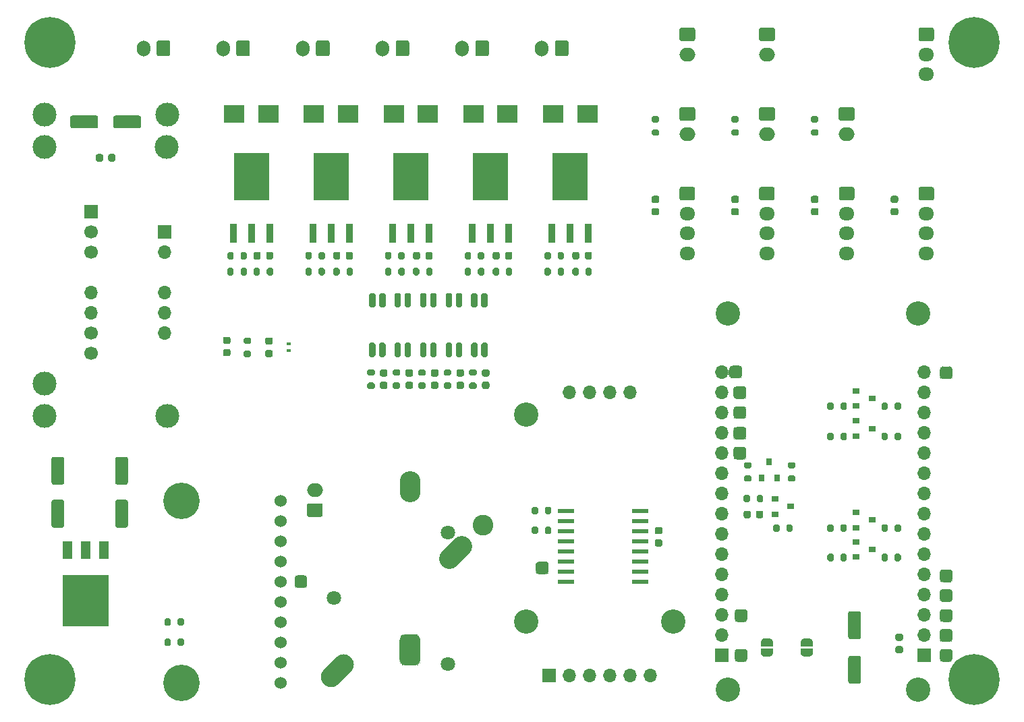
<source format=gbr>
G04 #@! TF.GenerationSoftware,KiCad,Pcbnew,5.1.9-73d0e3b20d~88~ubuntu20.04.1*
G04 #@! TF.CreationDate,2021-10-11T01:44:19+05:30*
G04 #@! TF.ProjectId,vayuO2,76617975-4f32-42e6-9b69-6361645f7063,rev 1*
G04 #@! TF.SameCoordinates,Original*
G04 #@! TF.FileFunction,Soldermask,Top*
G04 #@! TF.FilePolarity,Negative*
%FSLAX46Y46*%
G04 Gerber Fmt 4.6, Leading zero omitted, Abs format (unit mm)*
G04 Created by KiCad (PCBNEW 5.1.9-73d0e3b20d~88~ubuntu20.04.1) date 2021-10-11 01:44:19*
%MOMM*%
%LPD*%
G01*
G04 APERTURE LIST*
%ADD10C,0.127000*%
%ADD11O,1.700000X1.700000*%
%ADD12C,1.700000*%
%ADD13R,1.700000X1.700000*%
%ADD14C,3.000000*%
%ADD15O,2.600000X3.900000*%
%ADD16C,1.800000*%
%ADD17O,2.000000X1.700000*%
%ADD18O,1.700000X2.000000*%
%ADD19C,3.048000*%
%ADD20R,0.939800X2.489200*%
%ADD21R,4.368800X5.918200*%
%ADD22R,0.900000X0.800000*%
%ADD23O,1.950000X1.700000*%
%ADD24R,1.200000X2.200000*%
%ADD25R,5.800000X6.400000*%
%ADD26R,0.600000X0.400000*%
%ADD27C,6.400000*%
%ADD28C,0.800000*%
%ADD29C,2.600000*%
%ADD30R,1.998980X0.599440*%
%ADD31R,0.800000X0.900000*%
%ADD32R,2.500000X2.300000*%
%ADD33C,1.524000*%
%ADD34C,4.572000*%
G04 APERTURE END LIST*
D10*
G36*
X143250602Y-129350000D02*
G01*
X143250602Y-129325466D01*
X143255412Y-129276635D01*
X143264984Y-129228510D01*
X143279228Y-129181555D01*
X143298005Y-129136222D01*
X143321136Y-129092949D01*
X143348396Y-129052150D01*
X143379524Y-129014221D01*
X143414221Y-128979524D01*
X143452150Y-128948396D01*
X143492949Y-128921136D01*
X143536222Y-128898005D01*
X143581555Y-128879228D01*
X143628510Y-128864984D01*
X143676635Y-128855412D01*
X143725466Y-128850602D01*
X143750000Y-128850602D01*
X143750000Y-128850000D01*
X144250000Y-128850000D01*
X144250000Y-128850602D01*
X144274534Y-128850602D01*
X144323365Y-128855412D01*
X144371490Y-128864984D01*
X144418445Y-128879228D01*
X144463778Y-128898005D01*
X144507051Y-128921136D01*
X144547850Y-128948396D01*
X144585779Y-128979524D01*
X144620476Y-129014221D01*
X144651604Y-129052150D01*
X144678864Y-129092949D01*
X144701995Y-129136222D01*
X144720772Y-129181555D01*
X144735016Y-129228510D01*
X144744588Y-129276635D01*
X144749398Y-129325466D01*
X144749398Y-129350000D01*
X144750000Y-129350000D01*
X144750000Y-129850000D01*
X143250000Y-129850000D01*
X143250000Y-129350000D01*
X143250602Y-129350000D01*
G37*
G36*
X144750000Y-130150000D02*
G01*
X144750000Y-130650000D01*
X144749398Y-130650000D01*
X144749398Y-130674534D01*
X144744588Y-130723365D01*
X144735016Y-130771490D01*
X144720772Y-130818445D01*
X144701995Y-130863778D01*
X144678864Y-130907051D01*
X144651604Y-130947850D01*
X144620476Y-130985779D01*
X144585779Y-131020476D01*
X144547850Y-131051604D01*
X144507051Y-131078864D01*
X144463778Y-131101995D01*
X144418445Y-131120772D01*
X144371490Y-131135016D01*
X144323365Y-131144588D01*
X144274534Y-131149398D01*
X144250000Y-131149398D01*
X144250000Y-131150000D01*
X143750000Y-131150000D01*
X143750000Y-131149398D01*
X143725466Y-131149398D01*
X143676635Y-131144588D01*
X143628510Y-131135016D01*
X143581555Y-131120772D01*
X143536222Y-131101995D01*
X143492949Y-131078864D01*
X143452150Y-131051604D01*
X143414221Y-131020476D01*
X143379524Y-130985779D01*
X143348396Y-130947850D01*
X143321136Y-130907051D01*
X143298005Y-130863778D01*
X143279228Y-130818445D01*
X143264984Y-130771490D01*
X143255412Y-130723365D01*
X143250602Y-130674534D01*
X143250602Y-130650000D01*
X143250000Y-130650000D01*
X143250000Y-130150000D01*
X144750000Y-130150000D01*
G37*
G36*
X148250000Y-129850000D02*
G01*
X148250000Y-129350000D01*
X148250602Y-129350000D01*
X148250602Y-129325466D01*
X148255412Y-129276635D01*
X148264984Y-129228510D01*
X148279228Y-129181555D01*
X148298005Y-129136222D01*
X148321136Y-129092949D01*
X148348396Y-129052150D01*
X148379524Y-129014221D01*
X148414221Y-128979524D01*
X148452150Y-128948396D01*
X148492949Y-128921136D01*
X148536222Y-128898005D01*
X148581555Y-128879228D01*
X148628510Y-128864984D01*
X148676635Y-128855412D01*
X148725466Y-128850602D01*
X148750000Y-128850602D01*
X148750000Y-128850000D01*
X149250000Y-128850000D01*
X149250000Y-128850602D01*
X149274534Y-128850602D01*
X149323365Y-128855412D01*
X149371490Y-128864984D01*
X149418445Y-128879228D01*
X149463778Y-128898005D01*
X149507051Y-128921136D01*
X149547850Y-128948396D01*
X149585779Y-128979524D01*
X149620476Y-129014221D01*
X149651604Y-129052150D01*
X149678864Y-129092949D01*
X149701995Y-129136222D01*
X149720772Y-129181555D01*
X149735016Y-129228510D01*
X149744588Y-129276635D01*
X149749398Y-129325466D01*
X149749398Y-129350000D01*
X149750000Y-129350000D01*
X149750000Y-129850000D01*
X148250000Y-129850000D01*
G37*
G36*
X149749398Y-130650000D02*
G01*
X149749398Y-130674534D01*
X149744588Y-130723365D01*
X149735016Y-130771490D01*
X149720772Y-130818445D01*
X149701995Y-130863778D01*
X149678864Y-130907051D01*
X149651604Y-130947850D01*
X149620476Y-130985779D01*
X149585779Y-131020476D01*
X149547850Y-131051604D01*
X149507051Y-131078864D01*
X149463778Y-131101995D01*
X149418445Y-131120772D01*
X149371490Y-131135016D01*
X149323365Y-131144588D01*
X149274534Y-131149398D01*
X149250000Y-131149398D01*
X149250000Y-131150000D01*
X148750000Y-131150000D01*
X148750000Y-131149398D01*
X148725466Y-131149398D01*
X148676635Y-131144588D01*
X148628510Y-131135016D01*
X148581555Y-131120772D01*
X148536222Y-131101995D01*
X148492949Y-131078864D01*
X148452150Y-131051604D01*
X148414221Y-131020476D01*
X148379524Y-130985779D01*
X148348396Y-130947850D01*
X148321136Y-130907051D01*
X148298005Y-130863778D01*
X148279228Y-130818445D01*
X148264984Y-130771490D01*
X148255412Y-130723365D01*
X148250602Y-130674534D01*
X148250602Y-130650000D01*
X148250000Y-130650000D01*
X148250000Y-130150000D01*
X149750000Y-130150000D01*
X149750000Y-130650000D01*
X149749398Y-130650000D01*
G37*
G36*
G01*
X139300000Y-95800000D02*
X139300000Y-95000000D01*
G75*
G02*
X139700000Y-94600000I400000J0D01*
G01*
X140500000Y-94600000D01*
G75*
G02*
X140900000Y-95000000I0J-400000D01*
G01*
X140900000Y-95800000D01*
G75*
G02*
X140500000Y-96200000I-400000J0D01*
G01*
X139700000Y-96200000D01*
G75*
G02*
X139300000Y-95800000I0J400000D01*
G01*
G37*
G36*
G01*
X165700000Y-95900000D02*
X165700000Y-95100000D01*
G75*
G02*
X166100000Y-94700000I400000J0D01*
G01*
X166900000Y-94700000D01*
G75*
G02*
X167300000Y-95100000I0J-400000D01*
G01*
X167300000Y-95900000D01*
G75*
G02*
X166900000Y-96300000I-400000J0D01*
G01*
X166100000Y-96300000D01*
G75*
G02*
X165700000Y-95900000I0J400000D01*
G01*
G37*
G36*
G01*
X139800000Y-98400000D02*
X139800000Y-97600000D01*
G75*
G02*
X140200000Y-97200000I400000J0D01*
G01*
X141000000Y-97200000D01*
G75*
G02*
X141400000Y-97600000I0J-400000D01*
G01*
X141400000Y-98400000D01*
G75*
G02*
X141000000Y-98800000I-400000J0D01*
G01*
X140200000Y-98800000D01*
G75*
G02*
X139800000Y-98400000I0J400000D01*
G01*
G37*
G36*
G01*
X139800000Y-100900000D02*
X139800000Y-100100000D01*
G75*
G02*
X140200000Y-99700000I400000J0D01*
G01*
X141000000Y-99700000D01*
G75*
G02*
X141400000Y-100100000I0J-400000D01*
G01*
X141400000Y-100900000D01*
G75*
G02*
X141000000Y-101300000I-400000J0D01*
G01*
X140200000Y-101300000D01*
G75*
G02*
X139800000Y-100900000I0J400000D01*
G01*
G37*
G36*
G01*
X139800000Y-103500000D02*
X139800000Y-102700000D01*
G75*
G02*
X140200000Y-102300000I400000J0D01*
G01*
X141000000Y-102300000D01*
G75*
G02*
X141400000Y-102700000I0J-400000D01*
G01*
X141400000Y-103500000D01*
G75*
G02*
X141000000Y-103900000I-400000J0D01*
G01*
X140200000Y-103900000D01*
G75*
G02*
X139800000Y-103500000I0J400000D01*
G01*
G37*
G36*
G01*
X139800000Y-106000000D02*
X139800000Y-105200000D01*
G75*
G02*
X140200000Y-104800000I400000J0D01*
G01*
X141000000Y-104800000D01*
G75*
G02*
X141400000Y-105200000I0J-400000D01*
G01*
X141400000Y-106000000D01*
G75*
G02*
X141000000Y-106400000I-400000J0D01*
G01*
X140200000Y-106400000D01*
G75*
G02*
X139800000Y-106000000I0J400000D01*
G01*
G37*
G36*
G01*
X165700000Y-121400000D02*
X165700000Y-120600000D01*
G75*
G02*
X166100000Y-120200000I400000J0D01*
G01*
X166900000Y-120200000D01*
G75*
G02*
X167300000Y-120600000I0J-400000D01*
G01*
X167300000Y-121400000D01*
G75*
G02*
X166900000Y-121800000I-400000J0D01*
G01*
X166100000Y-121800000D01*
G75*
G02*
X165700000Y-121400000I0J400000D01*
G01*
G37*
G36*
G01*
X165700000Y-123900000D02*
X165700000Y-123100000D01*
G75*
G02*
X166100000Y-122700000I400000J0D01*
G01*
X166900000Y-122700000D01*
G75*
G02*
X167300000Y-123100000I0J-400000D01*
G01*
X167300000Y-123900000D01*
G75*
G02*
X166900000Y-124300000I-400000J0D01*
G01*
X166100000Y-124300000D01*
G75*
G02*
X165700000Y-123900000I0J400000D01*
G01*
G37*
G36*
G01*
X85900000Y-122530000D02*
X85100000Y-122530000D01*
G75*
G02*
X84700000Y-122130000I0J400000D01*
G01*
X84700000Y-121330000D01*
G75*
G02*
X85100000Y-120930000I400000J0D01*
G01*
X85900000Y-120930000D01*
G75*
G02*
X86300000Y-121330000I0J-400000D01*
G01*
X86300000Y-122130000D01*
G75*
G02*
X85900000Y-122530000I-400000J0D01*
G01*
G37*
G36*
G01*
X139950000Y-126400000D02*
X139950000Y-125600000D01*
G75*
G02*
X140350000Y-125200000I400000J0D01*
G01*
X141150000Y-125200000D01*
G75*
G02*
X141550000Y-125600000I0J-400000D01*
G01*
X141550000Y-126400000D01*
G75*
G02*
X141150000Y-126800000I-400000J0D01*
G01*
X140350000Y-126800000D01*
G75*
G02*
X139950000Y-126400000I0J400000D01*
G01*
G37*
G36*
G01*
X165700000Y-126400000D02*
X165700000Y-125600000D01*
G75*
G02*
X166100000Y-125200000I400000J0D01*
G01*
X166900000Y-125200000D01*
G75*
G02*
X167300000Y-125600000I0J-400000D01*
G01*
X167300000Y-126400000D01*
G75*
G02*
X166900000Y-126800000I-400000J0D01*
G01*
X166100000Y-126800000D01*
G75*
G02*
X165700000Y-126400000I0J400000D01*
G01*
G37*
G36*
G01*
X165700000Y-128900000D02*
X165700000Y-128100000D01*
G75*
G02*
X166100000Y-127700000I400000J0D01*
G01*
X166900000Y-127700000D01*
G75*
G02*
X167300000Y-128100000I0J-400000D01*
G01*
X167300000Y-128900000D01*
G75*
G02*
X166900000Y-129300000I-400000J0D01*
G01*
X166100000Y-129300000D01*
G75*
G02*
X165700000Y-128900000I0J400000D01*
G01*
G37*
G36*
G01*
X139950000Y-131400000D02*
X139950000Y-130600000D01*
G75*
G02*
X140350000Y-130200000I400000J0D01*
G01*
X141150000Y-130200000D01*
G75*
G02*
X141550000Y-130600000I0J-400000D01*
G01*
X141550000Y-131400000D01*
G75*
G02*
X141150000Y-131800000I-400000J0D01*
G01*
X140350000Y-131800000D01*
G75*
G02*
X139950000Y-131400000I0J400000D01*
G01*
G37*
G36*
G01*
X165700000Y-131400000D02*
X165700000Y-130600000D01*
G75*
G02*
X166100000Y-130200000I400000J0D01*
G01*
X166900000Y-130200000D01*
G75*
G02*
X167300000Y-130600000I0J-400000D01*
G01*
X167300000Y-131400000D01*
G75*
G02*
X166900000Y-131800000I-400000J0D01*
G01*
X166100000Y-131800000D01*
G75*
G02*
X165700000Y-131400000I0J400000D01*
G01*
G37*
D11*
X59200000Y-88000000D03*
X59200000Y-85460000D03*
D12*
X59200000Y-77840000D03*
D13*
X59200000Y-75300000D03*
D12*
X59200000Y-80380000D03*
X59200000Y-90540000D03*
X59200000Y-93080000D03*
D14*
X53350000Y-96850000D03*
X53350000Y-67150000D03*
X68650000Y-67150000D03*
X53300000Y-100950000D03*
X68700000Y-100950000D03*
X53300000Y-63050000D03*
X68700000Y-63050000D03*
D13*
X68400000Y-77800000D03*
D11*
X68400000Y-80340000D03*
X68400000Y-85420000D03*
X68400000Y-87960000D03*
X68400000Y-90500000D03*
G36*
G01*
X100500000Y-129000000D02*
X100500000Y-131600000D01*
G75*
G02*
X99850000Y-132250000I-650000J0D01*
G01*
X98550000Y-132250000D01*
G75*
G02*
X97900000Y-131600000I0J650000D01*
G01*
X97900000Y-129000000D01*
G75*
G02*
X98550000Y-128350000I650000J0D01*
G01*
X99850000Y-128350000D01*
G75*
G02*
X100500000Y-129000000I0J-650000D01*
G01*
G37*
D15*
X99200000Y-109800000D03*
D16*
X103962000Y-115551000D03*
X89675000Y-123800000D03*
X103962000Y-132049000D03*
G36*
G01*
X150275000Y-64075000D02*
X149725000Y-64075000D01*
G75*
G02*
X149525000Y-63875000I0J200000D01*
G01*
X149525000Y-63475000D01*
G75*
G02*
X149725000Y-63275000I200000J0D01*
G01*
X150275000Y-63275000D01*
G75*
G02*
X150475000Y-63475000I0J-200000D01*
G01*
X150475000Y-63875000D01*
G75*
G02*
X150275000Y-64075000I-200000J0D01*
G01*
G37*
G36*
G01*
X150275000Y-65725000D02*
X149725000Y-65725000D01*
G75*
G02*
X149525000Y-65525000I0J200000D01*
G01*
X149525000Y-65125000D01*
G75*
G02*
X149725000Y-64925000I200000J0D01*
G01*
X150275000Y-64925000D01*
G75*
G02*
X150475000Y-65125000I0J-200000D01*
G01*
X150475000Y-65525000D01*
G75*
G02*
X150275000Y-65725000I-200000J0D01*
G01*
G37*
G36*
G01*
X155550000Y-128950000D02*
X154450000Y-128950000D01*
G75*
G02*
X154200000Y-128700000I0J250000D01*
G01*
X154200000Y-125700000D01*
G75*
G02*
X154450000Y-125450000I250000J0D01*
G01*
X155550000Y-125450000D01*
G75*
G02*
X155800000Y-125700000I0J-250000D01*
G01*
X155800000Y-128700000D01*
G75*
G02*
X155550000Y-128950000I-250000J0D01*
G01*
G37*
G36*
G01*
X155550000Y-134550000D02*
X154450000Y-134550000D01*
G75*
G02*
X154200000Y-134300000I0J250000D01*
G01*
X154200000Y-131300000D01*
G75*
G02*
X154450000Y-131050000I250000J0D01*
G01*
X155550000Y-131050000D01*
G75*
G02*
X155800000Y-131300000I0J-250000D01*
G01*
X155800000Y-134300000D01*
G75*
G02*
X155550000Y-134550000I-250000J0D01*
G01*
G37*
D17*
X134000000Y-55500000D03*
G36*
G01*
X133250000Y-52150000D02*
X134750000Y-52150000D01*
G75*
G02*
X135000000Y-52400000I0J-250000D01*
G01*
X135000000Y-53600000D01*
G75*
G02*
X134750000Y-53850000I-250000J0D01*
G01*
X133250000Y-53850000D01*
G75*
G02*
X133000000Y-53600000I0J250000D01*
G01*
X133000000Y-52400000D01*
G75*
G02*
X133250000Y-52150000I250000J0D01*
G01*
G37*
D18*
X115750000Y-54750000D03*
G36*
G01*
X119100000Y-54000000D02*
X119100000Y-55500000D01*
G75*
G02*
X118850000Y-55750000I-250000J0D01*
G01*
X117650000Y-55750000D01*
G75*
G02*
X117400000Y-55500000I0J250000D01*
G01*
X117400000Y-54000000D01*
G75*
G02*
X117650000Y-53750000I250000J0D01*
G01*
X118850000Y-53750000D01*
G75*
G02*
X119100000Y-54000000I0J-250000D01*
G01*
G37*
X105750000Y-54750000D03*
G36*
G01*
X109100000Y-54000000D02*
X109100000Y-55500000D01*
G75*
G02*
X108850000Y-55750000I-250000J0D01*
G01*
X107650000Y-55750000D01*
G75*
G02*
X107400000Y-55500000I0J250000D01*
G01*
X107400000Y-54000000D01*
G75*
G02*
X107650000Y-53750000I250000J0D01*
G01*
X108850000Y-53750000D01*
G75*
G02*
X109100000Y-54000000I0J-250000D01*
G01*
G37*
X95750000Y-54750000D03*
G36*
G01*
X99100000Y-54000000D02*
X99100000Y-55500000D01*
G75*
G02*
X98850000Y-55750000I-250000J0D01*
G01*
X97650000Y-55750000D01*
G75*
G02*
X97400000Y-55500000I0J250000D01*
G01*
X97400000Y-54000000D01*
G75*
G02*
X97650000Y-53750000I250000J0D01*
G01*
X98850000Y-53750000D01*
G75*
G02*
X99100000Y-54000000I0J-250000D01*
G01*
G37*
X85750000Y-54750000D03*
G36*
G01*
X89100000Y-54000000D02*
X89100000Y-55500000D01*
G75*
G02*
X88850000Y-55750000I-250000J0D01*
G01*
X87650000Y-55750000D01*
G75*
G02*
X87400000Y-55500000I0J250000D01*
G01*
X87400000Y-54000000D01*
G75*
G02*
X87650000Y-53750000I250000J0D01*
G01*
X88850000Y-53750000D01*
G75*
G02*
X89100000Y-54000000I0J-250000D01*
G01*
G37*
X75750000Y-54750000D03*
G36*
G01*
X79100000Y-54000000D02*
X79100000Y-55500000D01*
G75*
G02*
X78850000Y-55750000I-250000J0D01*
G01*
X77650000Y-55750000D01*
G75*
G02*
X77400000Y-55500000I0J250000D01*
G01*
X77400000Y-54000000D01*
G75*
G02*
X77650000Y-53750000I250000J0D01*
G01*
X78850000Y-53750000D01*
G75*
G02*
X79100000Y-54000000I0J-250000D01*
G01*
G37*
X65750000Y-54750000D03*
G36*
G01*
X69100000Y-54000000D02*
X69100000Y-55500000D01*
G75*
G02*
X68850000Y-55750000I-250000J0D01*
G01*
X67650000Y-55750000D01*
G75*
G02*
X67400000Y-55500000I0J250000D01*
G01*
X67400000Y-54000000D01*
G75*
G02*
X67650000Y-53750000I250000J0D01*
G01*
X68850000Y-53750000D01*
G75*
G02*
X69100000Y-54000000I0J-250000D01*
G01*
G37*
D13*
X116650000Y-133500000D03*
D11*
X119190000Y-133500000D03*
X121730000Y-133500000D03*
X124270000Y-133500000D03*
X126810000Y-133500000D03*
X129350000Y-133500000D03*
X126810000Y-97940000D03*
X124270000Y-97940000D03*
X119190000Y-97940000D03*
X121730000Y-97940000D03*
D19*
X113750000Y-126770000D03*
X113750000Y-100770000D03*
X132250000Y-126770000D03*
D13*
X163700000Y-131000000D03*
D11*
X163700000Y-128460000D03*
X163700000Y-125920000D03*
X163700000Y-123380000D03*
X163700000Y-120840000D03*
X163700000Y-118300000D03*
X163700000Y-115760000D03*
X163700000Y-113220000D03*
X163700000Y-110680000D03*
X163700000Y-108140000D03*
X163700000Y-105600000D03*
X163700000Y-103060000D03*
X163700000Y-100520000D03*
X163700000Y-97980000D03*
X163700000Y-95440000D03*
X138300000Y-95440000D03*
X138300000Y-115760000D03*
X138300000Y-110680000D03*
X138300000Y-105600000D03*
X138300000Y-113220000D03*
X138300000Y-108140000D03*
X138300000Y-100520000D03*
X138300000Y-97980000D03*
X138300000Y-103060000D03*
X138300000Y-125920000D03*
X138300000Y-118300000D03*
X138300000Y-120840000D03*
X138300000Y-123380000D03*
X138300000Y-128460000D03*
D13*
X138300000Y-131000000D03*
D19*
X139062000Y-135318000D03*
X162938000Y-135318000D03*
X162938000Y-88074000D03*
X139062000Y-88074000D03*
G36*
G01*
X104265000Y-93525000D02*
X103865000Y-93525000D01*
G75*
G02*
X103665000Y-93325000I0J200000D01*
G01*
X103665000Y-91925000D01*
G75*
G02*
X103865000Y-91725000I200000J0D01*
G01*
X104265000Y-91725000D01*
G75*
G02*
X104465000Y-91925000I0J-200000D01*
G01*
X104465000Y-93325000D01*
G75*
G02*
X104265000Y-93525000I-200000J0D01*
G01*
G37*
G36*
G01*
X105535000Y-93525000D02*
X105135000Y-93525000D01*
G75*
G02*
X104935000Y-93325000I0J200000D01*
G01*
X104935000Y-91925000D01*
G75*
G02*
X105135000Y-91725000I200000J0D01*
G01*
X105535000Y-91725000D01*
G75*
G02*
X105735000Y-91925000I0J-200000D01*
G01*
X105735000Y-93325000D01*
G75*
G02*
X105535000Y-93525000I-200000J0D01*
G01*
G37*
G36*
G01*
X105535000Y-87275000D02*
X105135000Y-87275000D01*
G75*
G02*
X104935000Y-87075000I0J200000D01*
G01*
X104935000Y-85675000D01*
G75*
G02*
X105135000Y-85475000I200000J0D01*
G01*
X105535000Y-85475000D01*
G75*
G02*
X105735000Y-85675000I0J-200000D01*
G01*
X105735000Y-87075000D01*
G75*
G02*
X105535000Y-87275000I-200000J0D01*
G01*
G37*
G36*
G01*
X104265000Y-87275000D02*
X103865000Y-87275000D01*
G75*
G02*
X103665000Y-87075000I0J200000D01*
G01*
X103665000Y-85675000D01*
G75*
G02*
X103865000Y-85475000I200000J0D01*
G01*
X104265000Y-85475000D01*
G75*
G02*
X104465000Y-85675000I0J-200000D01*
G01*
X104465000Y-87075000D01*
G75*
G02*
X104265000Y-87275000I-200000J0D01*
G01*
G37*
G36*
G01*
X101065000Y-93525000D02*
X100665000Y-93525000D01*
G75*
G02*
X100465000Y-93325000I0J200000D01*
G01*
X100465000Y-91925000D01*
G75*
G02*
X100665000Y-91725000I200000J0D01*
G01*
X101065000Y-91725000D01*
G75*
G02*
X101265000Y-91925000I0J-200000D01*
G01*
X101265000Y-93325000D01*
G75*
G02*
X101065000Y-93525000I-200000J0D01*
G01*
G37*
G36*
G01*
X102335000Y-93525000D02*
X101935000Y-93525000D01*
G75*
G02*
X101735000Y-93325000I0J200000D01*
G01*
X101735000Y-91925000D01*
G75*
G02*
X101935000Y-91725000I200000J0D01*
G01*
X102335000Y-91725000D01*
G75*
G02*
X102535000Y-91925000I0J-200000D01*
G01*
X102535000Y-93325000D01*
G75*
G02*
X102335000Y-93525000I-200000J0D01*
G01*
G37*
G36*
G01*
X102335000Y-87275000D02*
X101935000Y-87275000D01*
G75*
G02*
X101735000Y-87075000I0J200000D01*
G01*
X101735000Y-85675000D01*
G75*
G02*
X101935000Y-85475000I200000J0D01*
G01*
X102335000Y-85475000D01*
G75*
G02*
X102535000Y-85675000I0J-200000D01*
G01*
X102535000Y-87075000D01*
G75*
G02*
X102335000Y-87275000I-200000J0D01*
G01*
G37*
G36*
G01*
X101065000Y-87275000D02*
X100665000Y-87275000D01*
G75*
G02*
X100465000Y-87075000I0J200000D01*
G01*
X100465000Y-85675000D01*
G75*
G02*
X100665000Y-85475000I200000J0D01*
G01*
X101065000Y-85475000D01*
G75*
G02*
X101265000Y-85675000I0J-200000D01*
G01*
X101265000Y-87075000D01*
G75*
G02*
X101065000Y-87275000I-200000J0D01*
G01*
G37*
G36*
G01*
X97865000Y-93525000D02*
X97465000Y-93525000D01*
G75*
G02*
X97265000Y-93325000I0J200000D01*
G01*
X97265000Y-91925000D01*
G75*
G02*
X97465000Y-91725000I200000J0D01*
G01*
X97865000Y-91725000D01*
G75*
G02*
X98065000Y-91925000I0J-200000D01*
G01*
X98065000Y-93325000D01*
G75*
G02*
X97865000Y-93525000I-200000J0D01*
G01*
G37*
G36*
G01*
X99135000Y-93525000D02*
X98735000Y-93525000D01*
G75*
G02*
X98535000Y-93325000I0J200000D01*
G01*
X98535000Y-91925000D01*
G75*
G02*
X98735000Y-91725000I200000J0D01*
G01*
X99135000Y-91725000D01*
G75*
G02*
X99335000Y-91925000I0J-200000D01*
G01*
X99335000Y-93325000D01*
G75*
G02*
X99135000Y-93525000I-200000J0D01*
G01*
G37*
G36*
G01*
X99135000Y-87275000D02*
X98735000Y-87275000D01*
G75*
G02*
X98535000Y-87075000I0J200000D01*
G01*
X98535000Y-85675000D01*
G75*
G02*
X98735000Y-85475000I200000J0D01*
G01*
X99135000Y-85475000D01*
G75*
G02*
X99335000Y-85675000I0J-200000D01*
G01*
X99335000Y-87075000D01*
G75*
G02*
X99135000Y-87275000I-200000J0D01*
G01*
G37*
G36*
G01*
X97865000Y-87275000D02*
X97465000Y-87275000D01*
G75*
G02*
X97265000Y-87075000I0J200000D01*
G01*
X97265000Y-85675000D01*
G75*
G02*
X97465000Y-85475000I200000J0D01*
G01*
X97865000Y-85475000D01*
G75*
G02*
X98065000Y-85675000I0J-200000D01*
G01*
X98065000Y-87075000D01*
G75*
G02*
X97865000Y-87275000I-200000J0D01*
G01*
G37*
G36*
G01*
X94665000Y-93525000D02*
X94265000Y-93525000D01*
G75*
G02*
X94065000Y-93325000I0J200000D01*
G01*
X94065000Y-91925000D01*
G75*
G02*
X94265000Y-91725000I200000J0D01*
G01*
X94665000Y-91725000D01*
G75*
G02*
X94865000Y-91925000I0J-200000D01*
G01*
X94865000Y-93325000D01*
G75*
G02*
X94665000Y-93525000I-200000J0D01*
G01*
G37*
G36*
G01*
X95935000Y-93525000D02*
X95535000Y-93525000D01*
G75*
G02*
X95335000Y-93325000I0J200000D01*
G01*
X95335000Y-91925000D01*
G75*
G02*
X95535000Y-91725000I200000J0D01*
G01*
X95935000Y-91725000D01*
G75*
G02*
X96135000Y-91925000I0J-200000D01*
G01*
X96135000Y-93325000D01*
G75*
G02*
X95935000Y-93525000I-200000J0D01*
G01*
G37*
G36*
G01*
X95935000Y-87275000D02*
X95535000Y-87275000D01*
G75*
G02*
X95335000Y-87075000I0J200000D01*
G01*
X95335000Y-85675000D01*
G75*
G02*
X95535000Y-85475000I200000J0D01*
G01*
X95935000Y-85475000D01*
G75*
G02*
X96135000Y-85675000I0J-200000D01*
G01*
X96135000Y-87075000D01*
G75*
G02*
X95935000Y-87275000I-200000J0D01*
G01*
G37*
G36*
G01*
X94665000Y-87275000D02*
X94265000Y-87275000D01*
G75*
G02*
X94065000Y-87075000I0J200000D01*
G01*
X94065000Y-85675000D01*
G75*
G02*
X94265000Y-85475000I200000J0D01*
G01*
X94665000Y-85475000D01*
G75*
G02*
X94865000Y-85675000I0J-200000D01*
G01*
X94865000Y-87075000D01*
G75*
G02*
X94665000Y-87275000I-200000J0D01*
G01*
G37*
G36*
G01*
X107465000Y-93525000D02*
X107065000Y-93525000D01*
G75*
G02*
X106865000Y-93325000I0J200000D01*
G01*
X106865000Y-91925000D01*
G75*
G02*
X107065000Y-91725000I200000J0D01*
G01*
X107465000Y-91725000D01*
G75*
G02*
X107665000Y-91925000I0J-200000D01*
G01*
X107665000Y-93325000D01*
G75*
G02*
X107465000Y-93525000I-200000J0D01*
G01*
G37*
G36*
G01*
X108735000Y-93525000D02*
X108335000Y-93525000D01*
G75*
G02*
X108135000Y-93325000I0J200000D01*
G01*
X108135000Y-91925000D01*
G75*
G02*
X108335000Y-91725000I200000J0D01*
G01*
X108735000Y-91725000D01*
G75*
G02*
X108935000Y-91925000I0J-200000D01*
G01*
X108935000Y-93325000D01*
G75*
G02*
X108735000Y-93525000I-200000J0D01*
G01*
G37*
G36*
G01*
X108735000Y-87275000D02*
X108335000Y-87275000D01*
G75*
G02*
X108135000Y-87075000I0J200000D01*
G01*
X108135000Y-85675000D01*
G75*
G02*
X108335000Y-85475000I200000J0D01*
G01*
X108735000Y-85475000D01*
G75*
G02*
X108935000Y-85675000I0J-200000D01*
G01*
X108935000Y-87075000D01*
G75*
G02*
X108735000Y-87275000I-200000J0D01*
G01*
G37*
G36*
G01*
X107465000Y-87275000D02*
X107065000Y-87275000D01*
G75*
G02*
X106865000Y-87075000I0J200000D01*
G01*
X106865000Y-85675000D01*
G75*
G02*
X107065000Y-85475000I200000J0D01*
G01*
X107465000Y-85475000D01*
G75*
G02*
X107665000Y-85675000I0J-200000D01*
G01*
X107665000Y-87075000D01*
G75*
G02*
X107465000Y-87275000I-200000J0D01*
G01*
G37*
G36*
G01*
X63550000Y-109550000D02*
X62450000Y-109550000D01*
G75*
G02*
X62200000Y-109300000I0J250000D01*
G01*
X62200000Y-106300000D01*
G75*
G02*
X62450000Y-106050000I250000J0D01*
G01*
X63550000Y-106050000D01*
G75*
G02*
X63800000Y-106300000I0J-250000D01*
G01*
X63800000Y-109300000D01*
G75*
G02*
X63550000Y-109550000I-250000J0D01*
G01*
G37*
G36*
G01*
X63550000Y-114950000D02*
X62450000Y-114950000D01*
G75*
G02*
X62200000Y-114700000I0J250000D01*
G01*
X62200000Y-111700000D01*
G75*
G02*
X62450000Y-111450000I250000J0D01*
G01*
X63550000Y-111450000D01*
G75*
G02*
X63800000Y-111700000I0J-250000D01*
G01*
X63800000Y-114700000D01*
G75*
G02*
X63550000Y-114950000I-250000J0D01*
G01*
G37*
G36*
G01*
X55550000Y-109550000D02*
X54450000Y-109550000D01*
G75*
G02*
X54200000Y-109300000I0J250000D01*
G01*
X54200000Y-106300000D01*
G75*
G02*
X54450000Y-106050000I250000J0D01*
G01*
X55550000Y-106050000D01*
G75*
G02*
X55800000Y-106300000I0J-250000D01*
G01*
X55800000Y-109300000D01*
G75*
G02*
X55550000Y-109550000I-250000J0D01*
G01*
G37*
G36*
G01*
X55550000Y-114950000D02*
X54450000Y-114950000D01*
G75*
G02*
X54200000Y-114700000I0J250000D01*
G01*
X54200000Y-111700000D01*
G75*
G02*
X54450000Y-111450000I250000J0D01*
G01*
X55550000Y-111450000D01*
G75*
G02*
X55800000Y-111700000I0J-250000D01*
G01*
X55800000Y-114700000D01*
G75*
G02*
X55550000Y-114950000I-250000J0D01*
G01*
G37*
G36*
G01*
X60050000Y-63450000D02*
X60050000Y-64550000D01*
G75*
G02*
X59800000Y-64800000I-250000J0D01*
G01*
X56800000Y-64800000D01*
G75*
G02*
X56550000Y-64550000I0J250000D01*
G01*
X56550000Y-63450000D01*
G75*
G02*
X56800000Y-63200000I250000J0D01*
G01*
X59800000Y-63200000D01*
G75*
G02*
X60050000Y-63450000I0J-250000D01*
G01*
G37*
G36*
G01*
X65450000Y-63450000D02*
X65450000Y-64550000D01*
G75*
G02*
X65200000Y-64800000I-250000J0D01*
G01*
X62200000Y-64800000D01*
G75*
G02*
X61950000Y-64550000I0J250000D01*
G01*
X61950000Y-63450000D01*
G75*
G02*
X62200000Y-63200000I250000J0D01*
G01*
X65200000Y-63200000D01*
G75*
G02*
X65450000Y-63450000I0J-250000D01*
G01*
G37*
G36*
G01*
X90375000Y-82525000D02*
X90375000Y-83075000D01*
G75*
G02*
X90175000Y-83275000I-200000J0D01*
G01*
X89775000Y-83275000D01*
G75*
G02*
X89575000Y-83075000I0J200000D01*
G01*
X89575000Y-82525000D01*
G75*
G02*
X89775000Y-82325000I200000J0D01*
G01*
X90175000Y-82325000D01*
G75*
G02*
X90375000Y-82525000I0J-200000D01*
G01*
G37*
G36*
G01*
X92025000Y-82525000D02*
X92025000Y-83075000D01*
G75*
G02*
X91825000Y-83275000I-200000J0D01*
G01*
X91425000Y-83275000D01*
G75*
G02*
X91225000Y-83075000I0J200000D01*
G01*
X91225000Y-82525000D01*
G75*
G02*
X91425000Y-82325000I200000J0D01*
G01*
X91825000Y-82325000D01*
G75*
G02*
X92025000Y-82525000I0J-200000D01*
G01*
G37*
D20*
X99300000Y-77943500D03*
X97014000Y-77943500D03*
X101586000Y-77943500D03*
D21*
X99300000Y-70844200D03*
D20*
X79300000Y-77943500D03*
X77014000Y-77943500D03*
X81586000Y-77943500D03*
D21*
X79300000Y-70844200D03*
G36*
G01*
X108950000Y-95975000D02*
X108450000Y-95975000D01*
G75*
G02*
X108225000Y-95750000I0J225000D01*
G01*
X108225000Y-95300000D01*
G75*
G02*
X108450000Y-95075000I225000J0D01*
G01*
X108950000Y-95075000D01*
G75*
G02*
X109175000Y-95300000I0J-225000D01*
G01*
X109175000Y-95750000D01*
G75*
G02*
X108950000Y-95975000I-225000J0D01*
G01*
G37*
G36*
G01*
X108950000Y-97525000D02*
X108450000Y-97525000D01*
G75*
G02*
X108225000Y-97300000I0J225000D01*
G01*
X108225000Y-96850000D01*
G75*
G02*
X108450000Y-96625000I225000J0D01*
G01*
X108950000Y-96625000D01*
G75*
G02*
X109175000Y-96850000I0J-225000D01*
G01*
X109175000Y-97300000D01*
G75*
G02*
X108950000Y-97525000I-225000J0D01*
G01*
G37*
G36*
G01*
X153225000Y-118975001D02*
X153225000Y-118425001D01*
G75*
G02*
X153425000Y-118225001I200000J0D01*
G01*
X153825000Y-118225001D01*
G75*
G02*
X154025000Y-118425001I0J-200000D01*
G01*
X154025000Y-118975001D01*
G75*
G02*
X153825000Y-119175001I-200000J0D01*
G01*
X153425000Y-119175001D01*
G75*
G02*
X153225000Y-118975001I0J200000D01*
G01*
G37*
G36*
G01*
X151575000Y-118975001D02*
X151575000Y-118425001D01*
G75*
G02*
X151775000Y-118225001I200000J0D01*
G01*
X152175000Y-118225001D01*
G75*
G02*
X152375000Y-118425001I0J-200000D01*
G01*
X152375000Y-118975001D01*
G75*
G02*
X152175000Y-119175001I-200000J0D01*
G01*
X151775000Y-119175001D01*
G75*
G02*
X151575000Y-118975001I0J200000D01*
G01*
G37*
G36*
G01*
X159175001Y-118424998D02*
X159175001Y-118974998D01*
G75*
G02*
X158975001Y-119174998I-200000J0D01*
G01*
X158575001Y-119174998D01*
G75*
G02*
X158375001Y-118974998I0J200000D01*
G01*
X158375001Y-118424998D01*
G75*
G02*
X158575001Y-118224998I200000J0D01*
G01*
X158975001Y-118224998D01*
G75*
G02*
X159175001Y-118424998I0J-200000D01*
G01*
G37*
G36*
G01*
X160825001Y-118424998D02*
X160825001Y-118974998D01*
G75*
G02*
X160625001Y-119174998I-200000J0D01*
G01*
X160225001Y-119174998D01*
G75*
G02*
X160025001Y-118974998I0J200000D01*
G01*
X160025001Y-118424998D01*
G75*
G02*
X160225001Y-118224998I200000J0D01*
G01*
X160625001Y-118224998D01*
G75*
G02*
X160825001Y-118424998I0J-200000D01*
G01*
G37*
D22*
X157199999Y-117700000D03*
X155199999Y-118650000D03*
X155199999Y-116750000D03*
D23*
X134000000Y-80500000D03*
X134000000Y-78000000D03*
X134000000Y-75500000D03*
G36*
G01*
X133275000Y-72150000D02*
X134725000Y-72150000D01*
G75*
G02*
X134975000Y-72400000I0J-250000D01*
G01*
X134975000Y-73600000D01*
G75*
G02*
X134725000Y-73850000I-250000J0D01*
G01*
X133275000Y-73850000D01*
G75*
G02*
X133025000Y-73600000I0J250000D01*
G01*
X133025000Y-72400000D01*
G75*
G02*
X133275000Y-72150000I250000J0D01*
G01*
G37*
D24*
X60780000Y-117800000D03*
X58500000Y-117800000D03*
X56220000Y-117800000D03*
D25*
X58500000Y-124100000D03*
G36*
G01*
X160849999Y-129175001D02*
X160349999Y-129175001D01*
G75*
G02*
X160124999Y-128950001I0J225000D01*
G01*
X160124999Y-128500001D01*
G75*
G02*
X160349999Y-128275001I225000J0D01*
G01*
X160849999Y-128275001D01*
G75*
G02*
X161074999Y-128500001I0J-225000D01*
G01*
X161074999Y-128950001D01*
G75*
G02*
X160849999Y-129175001I-225000J0D01*
G01*
G37*
G36*
G01*
X160849999Y-130725001D02*
X160349999Y-130725001D01*
G75*
G02*
X160124999Y-130500001I0J225000D01*
G01*
X160124999Y-130050001D01*
G75*
G02*
X160349999Y-129825001I225000J0D01*
G01*
X160849999Y-129825001D01*
G75*
G02*
X161074999Y-130050001I0J-225000D01*
G01*
X161074999Y-130500001D01*
G75*
G02*
X160849999Y-130725001I-225000J0D01*
G01*
G37*
G36*
G01*
X81756250Y-93525000D02*
X81243750Y-93525000D01*
G75*
G02*
X81025000Y-93306250I0J218750D01*
G01*
X81025000Y-92868750D01*
G75*
G02*
X81243750Y-92650000I218750J0D01*
G01*
X81756250Y-92650000D01*
G75*
G02*
X81975000Y-92868750I0J-218750D01*
G01*
X81975000Y-93306250D01*
G75*
G02*
X81756250Y-93525000I-218750J0D01*
G01*
G37*
G36*
G01*
X81756250Y-91950000D02*
X81243750Y-91950000D01*
G75*
G02*
X81025000Y-91731250I0J218750D01*
G01*
X81025000Y-91293750D01*
G75*
G02*
X81243750Y-91075000I218750J0D01*
G01*
X81756250Y-91075000D01*
G75*
G02*
X81975000Y-91293750I0J-218750D01*
G01*
X81975000Y-91731250D01*
G75*
G02*
X81756250Y-91950000I-218750J0D01*
G01*
G37*
G36*
G01*
X79075000Y-93525000D02*
X78525000Y-93525000D01*
G75*
G02*
X78325000Y-93325000I0J200000D01*
G01*
X78325000Y-92925000D01*
G75*
G02*
X78525000Y-92725000I200000J0D01*
G01*
X79075000Y-92725000D01*
G75*
G02*
X79275000Y-92925000I0J-200000D01*
G01*
X79275000Y-93325000D01*
G75*
G02*
X79075000Y-93525000I-200000J0D01*
G01*
G37*
G36*
G01*
X79075000Y-91875000D02*
X78525000Y-91875000D01*
G75*
G02*
X78325000Y-91675000I0J200000D01*
G01*
X78325000Y-91275000D01*
G75*
G02*
X78525000Y-91075000I200000J0D01*
G01*
X79075000Y-91075000D01*
G75*
G02*
X79275000Y-91275000I0J-200000D01*
G01*
X79275000Y-91675000D01*
G75*
G02*
X79075000Y-91875000I-200000J0D01*
G01*
G37*
D26*
X84000000Y-92750000D03*
X84000000Y-91850000D03*
G36*
G01*
X96875000Y-82525000D02*
X96875000Y-83075000D01*
G75*
G02*
X96675000Y-83275000I-200000J0D01*
G01*
X96275000Y-83275000D01*
G75*
G02*
X96075000Y-83075000I0J200000D01*
G01*
X96075000Y-82525000D01*
G75*
G02*
X96275000Y-82325000I200000J0D01*
G01*
X96675000Y-82325000D01*
G75*
G02*
X96875000Y-82525000I0J-200000D01*
G01*
G37*
G36*
G01*
X98525000Y-82525000D02*
X98525000Y-83075000D01*
G75*
G02*
X98325000Y-83275000I-200000J0D01*
G01*
X97925000Y-83275000D01*
G75*
G02*
X97725000Y-83075000I0J200000D01*
G01*
X97725000Y-82525000D01*
G75*
G02*
X97925000Y-82325000I200000J0D01*
G01*
X98325000Y-82325000D01*
G75*
G02*
X98525000Y-82525000I0J-200000D01*
G01*
G37*
D17*
X144000000Y-55500000D03*
G36*
G01*
X143250000Y-52150000D02*
X144750000Y-52150000D01*
G75*
G02*
X145000000Y-52400000I0J-250000D01*
G01*
X145000000Y-53600000D01*
G75*
G02*
X144750000Y-53850000I-250000J0D01*
G01*
X143250000Y-53850000D01*
G75*
G02*
X143000000Y-53600000I0J250000D01*
G01*
X143000000Y-52400000D01*
G75*
G02*
X143250000Y-52150000I250000J0D01*
G01*
G37*
D27*
X170000000Y-54000000D03*
D28*
X172400000Y-54000000D03*
X171697056Y-55697056D03*
X170000000Y-56400000D03*
X168302944Y-55697056D03*
X167600000Y-54000000D03*
X168302944Y-52302944D03*
X170000000Y-51600000D03*
X171697056Y-52302944D03*
D27*
X170000000Y-134000000D03*
D28*
X172400000Y-134000000D03*
X171697056Y-135697056D03*
X170000000Y-136400000D03*
X168302944Y-135697056D03*
X167600000Y-134000000D03*
X168302944Y-132302944D03*
X170000000Y-131600000D03*
X171697056Y-132302944D03*
D27*
X54000000Y-54000000D03*
D28*
X56400000Y-54000000D03*
X55697056Y-55697056D03*
X54000000Y-56400000D03*
X52302944Y-55697056D03*
X51600000Y-54000000D03*
X52302944Y-52302944D03*
X54000000Y-51600000D03*
X55697056Y-52302944D03*
D27*
X54000000Y-134000000D03*
D28*
X56400000Y-134000000D03*
X55697056Y-135697056D03*
X54000000Y-136400000D03*
X52302944Y-135697056D03*
X51600000Y-134000000D03*
X52302944Y-132302944D03*
X54000000Y-131600000D03*
X55697056Y-132302944D03*
D29*
X108392388Y-114607612D03*
G36*
G01*
X103230509Y-117931013D02*
X104786143Y-116375379D01*
G75*
G02*
X106624621Y-116375379I919239J-919239D01*
G01*
X106624621Y-116375379D01*
G75*
G02*
X106624621Y-118213857I-919239J-919239D01*
G01*
X105068987Y-119769491D01*
G75*
G02*
X103230509Y-119769491I-919239J919239D01*
G01*
X103230509Y-119769491D01*
G75*
G02*
X103230509Y-117931013I919239J919239D01*
G01*
G37*
G36*
G01*
X88381267Y-132780255D02*
X89936901Y-131224621D01*
G75*
G02*
X91775379Y-131224621I919239J-919239D01*
G01*
X91775379Y-131224621D01*
G75*
G02*
X91775379Y-133063099I-919239J-919239D01*
G01*
X90219745Y-134618733D01*
G75*
G02*
X88381267Y-134618733I-919239J919239D01*
G01*
X88381267Y-134618733D01*
G75*
G02*
X88381267Y-132780255I919239J919239D01*
G01*
G37*
D30*
X128050740Y-112855000D03*
X128050740Y-114125000D03*
X128050740Y-115395000D03*
X128050740Y-116665000D03*
X128050740Y-117935000D03*
X128050740Y-119205000D03*
X128050740Y-120475000D03*
X128050740Y-121745000D03*
X118749260Y-121745000D03*
X118749260Y-120475000D03*
X118749260Y-119205000D03*
X118749260Y-117935000D03*
X118749260Y-116665000D03*
X118749260Y-115395000D03*
X118749260Y-114125000D03*
X118749260Y-112855000D03*
G36*
G01*
X116200000Y-120800000D02*
X115400000Y-120800000D01*
G75*
G02*
X115000000Y-120400000I0J400000D01*
G01*
X115000000Y-119600000D01*
G75*
G02*
X115400000Y-119200000I400000J0D01*
G01*
X116200000Y-119200000D01*
G75*
G02*
X116600000Y-119600000I0J-400000D01*
G01*
X116600000Y-120400000D01*
G75*
G02*
X116200000Y-120800000I-400000J0D01*
G01*
G37*
G36*
G01*
X145575000Y-114725000D02*
X145575000Y-115275000D01*
G75*
G02*
X145375000Y-115475000I-200000J0D01*
G01*
X144975000Y-115475000D01*
G75*
G02*
X144775000Y-115275000I0J200000D01*
G01*
X144775000Y-114725000D01*
G75*
G02*
X144975000Y-114525000I200000J0D01*
G01*
X145375000Y-114525000D01*
G75*
G02*
X145575000Y-114725000I0J-200000D01*
G01*
G37*
G36*
G01*
X147225000Y-114725000D02*
X147225000Y-115275000D01*
G75*
G02*
X147025000Y-115475000I-200000J0D01*
G01*
X146625000Y-115475000D01*
G75*
G02*
X146425000Y-115275000I0J200000D01*
G01*
X146425000Y-114725000D01*
G75*
G02*
X146625000Y-114525000I200000J0D01*
G01*
X147025000Y-114525000D01*
G75*
G02*
X147225000Y-114725000I0J-200000D01*
G01*
G37*
G36*
G01*
X153225000Y-115275000D02*
X153225000Y-114725000D01*
G75*
G02*
X153425000Y-114525000I200000J0D01*
G01*
X153825000Y-114525000D01*
G75*
G02*
X154025000Y-114725000I0J-200000D01*
G01*
X154025000Y-115275000D01*
G75*
G02*
X153825000Y-115475000I-200000J0D01*
G01*
X153425000Y-115475000D01*
G75*
G02*
X153225000Y-115275000I0J200000D01*
G01*
G37*
G36*
G01*
X151575000Y-115275000D02*
X151575000Y-114725000D01*
G75*
G02*
X151775000Y-114525000I200000J0D01*
G01*
X152175000Y-114525000D01*
G75*
G02*
X152375000Y-114725000I0J-200000D01*
G01*
X152375000Y-115275000D01*
G75*
G02*
X152175000Y-115475000I-200000J0D01*
G01*
X151775000Y-115475000D01*
G75*
G02*
X151575000Y-115275000I0J200000D01*
G01*
G37*
G36*
G01*
X159175002Y-114725000D02*
X159175002Y-115275000D01*
G75*
G02*
X158975002Y-115475000I-200000J0D01*
G01*
X158575002Y-115475000D01*
G75*
G02*
X158375002Y-115275000I0J200000D01*
G01*
X158375002Y-114725000D01*
G75*
G02*
X158575002Y-114525000I200000J0D01*
G01*
X158975002Y-114525000D01*
G75*
G02*
X159175002Y-114725000I0J-200000D01*
G01*
G37*
G36*
G01*
X160825002Y-114725000D02*
X160825002Y-115275000D01*
G75*
G02*
X160625002Y-115475000I-200000J0D01*
G01*
X160225002Y-115475000D01*
G75*
G02*
X160025002Y-115275000I0J200000D01*
G01*
X160025002Y-114725000D01*
G75*
G02*
X160225002Y-114525000I200000J0D01*
G01*
X160625002Y-114525000D01*
G75*
G02*
X160825002Y-114725000I0J-200000D01*
G01*
G37*
G36*
G01*
X153225000Y-103775000D02*
X153225000Y-103225000D01*
G75*
G02*
X153425000Y-103025000I200000J0D01*
G01*
X153825000Y-103025000D01*
G75*
G02*
X154025000Y-103225000I0J-200000D01*
G01*
X154025000Y-103775000D01*
G75*
G02*
X153825000Y-103975000I-200000J0D01*
G01*
X153425000Y-103975000D01*
G75*
G02*
X153225000Y-103775000I0J200000D01*
G01*
G37*
G36*
G01*
X151575000Y-103775000D02*
X151575000Y-103225000D01*
G75*
G02*
X151775000Y-103025000I200000J0D01*
G01*
X152175000Y-103025000D01*
G75*
G02*
X152375000Y-103225000I0J-200000D01*
G01*
X152375000Y-103775000D01*
G75*
G02*
X152175000Y-103975000I-200000J0D01*
G01*
X151775000Y-103975000D01*
G75*
G02*
X151575000Y-103775000I0J200000D01*
G01*
G37*
G36*
G01*
X159175002Y-103225001D02*
X159175002Y-103775001D01*
G75*
G02*
X158975002Y-103975001I-200000J0D01*
G01*
X158575002Y-103975001D01*
G75*
G02*
X158375002Y-103775001I0J200000D01*
G01*
X158375002Y-103225001D01*
G75*
G02*
X158575002Y-103025001I200000J0D01*
G01*
X158975002Y-103025001D01*
G75*
G02*
X159175002Y-103225001I0J-200000D01*
G01*
G37*
G36*
G01*
X160825002Y-103225001D02*
X160825002Y-103775001D01*
G75*
G02*
X160625002Y-103975001I-200000J0D01*
G01*
X160225002Y-103975001D01*
G75*
G02*
X160025002Y-103775001I0J200000D01*
G01*
X160025002Y-103225001D01*
G75*
G02*
X160225002Y-103025001I200000J0D01*
G01*
X160625002Y-103025001D01*
G75*
G02*
X160825002Y-103225001I0J-200000D01*
G01*
G37*
G36*
G01*
X153225000Y-99975000D02*
X153225000Y-99425000D01*
G75*
G02*
X153425000Y-99225000I200000J0D01*
G01*
X153825000Y-99225000D01*
G75*
G02*
X154025000Y-99425000I0J-200000D01*
G01*
X154025000Y-99975000D01*
G75*
G02*
X153825000Y-100175000I-200000J0D01*
G01*
X153425000Y-100175000D01*
G75*
G02*
X153225000Y-99975000I0J200000D01*
G01*
G37*
G36*
G01*
X151575000Y-99975000D02*
X151575000Y-99425000D01*
G75*
G02*
X151775000Y-99225000I200000J0D01*
G01*
X152175000Y-99225000D01*
G75*
G02*
X152375000Y-99425000I0J-200000D01*
G01*
X152375000Y-99975000D01*
G75*
G02*
X152175000Y-100175000I-200000J0D01*
G01*
X151775000Y-100175000D01*
G75*
G02*
X151575000Y-99975000I0J200000D01*
G01*
G37*
G36*
G01*
X159175001Y-99425004D02*
X159175001Y-99975004D01*
G75*
G02*
X158975001Y-100175004I-200000J0D01*
G01*
X158575001Y-100175004D01*
G75*
G02*
X158375001Y-99975004I0J200000D01*
G01*
X158375001Y-99425004D01*
G75*
G02*
X158575001Y-99225004I200000J0D01*
G01*
X158975001Y-99225004D01*
G75*
G02*
X159175001Y-99425004I0J-200000D01*
G01*
G37*
G36*
G01*
X160825001Y-99425004D02*
X160825001Y-99975004D01*
G75*
G02*
X160625001Y-100175004I-200000J0D01*
G01*
X160225001Y-100175004D01*
G75*
G02*
X160025001Y-99975004I0J200000D01*
G01*
X160025001Y-99425004D01*
G75*
G02*
X160225001Y-99225004I200000J0D01*
G01*
X160625001Y-99225004D01*
G75*
G02*
X160825001Y-99425004I0J-200000D01*
G01*
G37*
G36*
G01*
X146825000Y-108375000D02*
X147375000Y-108375000D01*
G75*
G02*
X147575000Y-108575000I0J-200000D01*
G01*
X147575000Y-108975000D01*
G75*
G02*
X147375000Y-109175000I-200000J0D01*
G01*
X146825000Y-109175000D01*
G75*
G02*
X146625000Y-108975000I0J200000D01*
G01*
X146625000Y-108575000D01*
G75*
G02*
X146825000Y-108375000I200000J0D01*
G01*
G37*
G36*
G01*
X146825000Y-106725000D02*
X147375000Y-106725000D01*
G75*
G02*
X147575000Y-106925000I0J-200000D01*
G01*
X147575000Y-107325000D01*
G75*
G02*
X147375000Y-107525000I-200000J0D01*
G01*
X146825000Y-107525000D01*
G75*
G02*
X146625000Y-107325000I0J200000D01*
G01*
X146625000Y-106925000D01*
G75*
G02*
X146825000Y-106725000I200000J0D01*
G01*
G37*
G36*
G01*
X141875000Y-107525000D02*
X141325000Y-107525000D01*
G75*
G02*
X141125000Y-107325000I0J200000D01*
G01*
X141125000Y-106925000D01*
G75*
G02*
X141325000Y-106725000I200000J0D01*
G01*
X141875000Y-106725000D01*
G75*
G02*
X142075000Y-106925000I0J-200000D01*
G01*
X142075000Y-107325000D01*
G75*
G02*
X141875000Y-107525000I-200000J0D01*
G01*
G37*
G36*
G01*
X141875000Y-109175000D02*
X141325000Y-109175000D01*
G75*
G02*
X141125000Y-108975000I0J200000D01*
G01*
X141125000Y-108575000D01*
G75*
G02*
X141325000Y-108375000I200000J0D01*
G01*
X141875000Y-108375000D01*
G75*
G02*
X142075000Y-108575000I0J-200000D01*
G01*
X142075000Y-108975000D01*
G75*
G02*
X141875000Y-109175000I-200000J0D01*
G01*
G37*
G36*
G01*
X120375000Y-82525000D02*
X120375000Y-83075000D01*
G75*
G02*
X120175000Y-83275000I-200000J0D01*
G01*
X119775000Y-83275000D01*
G75*
G02*
X119575000Y-83075000I0J200000D01*
G01*
X119575000Y-82525000D01*
G75*
G02*
X119775000Y-82325000I200000J0D01*
G01*
X120175000Y-82325000D01*
G75*
G02*
X120375000Y-82525000I0J-200000D01*
G01*
G37*
G36*
G01*
X122025000Y-82525000D02*
X122025000Y-83075000D01*
G75*
G02*
X121825000Y-83275000I-200000J0D01*
G01*
X121425000Y-83275000D01*
G75*
G02*
X121225000Y-83075000I0J200000D01*
G01*
X121225000Y-82525000D01*
G75*
G02*
X121425000Y-82325000I200000J0D01*
G01*
X121825000Y-82325000D01*
G75*
G02*
X122025000Y-82525000I0J-200000D01*
G01*
G37*
G36*
G01*
X116875000Y-82525000D02*
X116875000Y-83075000D01*
G75*
G02*
X116675000Y-83275000I-200000J0D01*
G01*
X116275000Y-83275000D01*
G75*
G02*
X116075000Y-83075000I0J200000D01*
G01*
X116075000Y-82525000D01*
G75*
G02*
X116275000Y-82325000I200000J0D01*
G01*
X116675000Y-82325000D01*
G75*
G02*
X116875000Y-82525000I0J-200000D01*
G01*
G37*
G36*
G01*
X118525000Y-82525000D02*
X118525000Y-83075000D01*
G75*
G02*
X118325000Y-83275000I-200000J0D01*
G01*
X117925000Y-83275000D01*
G75*
G02*
X117725000Y-83075000I0J200000D01*
G01*
X117725000Y-82525000D01*
G75*
G02*
X117925000Y-82325000I200000J0D01*
G01*
X118325000Y-82325000D01*
G75*
G02*
X118525000Y-82525000I0J-200000D01*
G01*
G37*
G36*
G01*
X116875000Y-80525000D02*
X116875000Y-81075000D01*
G75*
G02*
X116675000Y-81275000I-200000J0D01*
G01*
X116275000Y-81275000D01*
G75*
G02*
X116075000Y-81075000I0J200000D01*
G01*
X116075000Y-80525000D01*
G75*
G02*
X116275000Y-80325000I200000J0D01*
G01*
X116675000Y-80325000D01*
G75*
G02*
X116875000Y-80525000I0J-200000D01*
G01*
G37*
G36*
G01*
X118525000Y-80525000D02*
X118525000Y-81075000D01*
G75*
G02*
X118325000Y-81275000I-200000J0D01*
G01*
X117925000Y-81275000D01*
G75*
G02*
X117725000Y-81075000I0J200000D01*
G01*
X117725000Y-80525000D01*
G75*
G02*
X117925000Y-80325000I200000J0D01*
G01*
X118325000Y-80325000D01*
G75*
G02*
X118525000Y-80525000I0J-200000D01*
G01*
G37*
G36*
G01*
X107375000Y-95875000D02*
X106825000Y-95875000D01*
G75*
G02*
X106625000Y-95675000I0J200000D01*
G01*
X106625000Y-95275000D01*
G75*
G02*
X106825000Y-95075000I200000J0D01*
G01*
X107375000Y-95075000D01*
G75*
G02*
X107575000Y-95275000I0J-200000D01*
G01*
X107575000Y-95675000D01*
G75*
G02*
X107375000Y-95875000I-200000J0D01*
G01*
G37*
G36*
G01*
X107375000Y-97525000D02*
X106825000Y-97525000D01*
G75*
G02*
X106625000Y-97325000I0J200000D01*
G01*
X106625000Y-96925000D01*
G75*
G02*
X106825000Y-96725000I200000J0D01*
G01*
X107375000Y-96725000D01*
G75*
G02*
X107575000Y-96925000I0J-200000D01*
G01*
X107575000Y-97325000D01*
G75*
G02*
X107375000Y-97525000I-200000J0D01*
G01*
G37*
G36*
G01*
X110375000Y-82525000D02*
X110375000Y-83075000D01*
G75*
G02*
X110175000Y-83275000I-200000J0D01*
G01*
X109775000Y-83275000D01*
G75*
G02*
X109575000Y-83075000I0J200000D01*
G01*
X109575000Y-82525000D01*
G75*
G02*
X109775000Y-82325000I200000J0D01*
G01*
X110175000Y-82325000D01*
G75*
G02*
X110375000Y-82525000I0J-200000D01*
G01*
G37*
G36*
G01*
X112025000Y-82525000D02*
X112025000Y-83075000D01*
G75*
G02*
X111825000Y-83275000I-200000J0D01*
G01*
X111425000Y-83275000D01*
G75*
G02*
X111225000Y-83075000I0J200000D01*
G01*
X111225000Y-82525000D01*
G75*
G02*
X111425000Y-82325000I200000J0D01*
G01*
X111825000Y-82325000D01*
G75*
G02*
X112025000Y-82525000I0J-200000D01*
G01*
G37*
G36*
G01*
X106875000Y-82525000D02*
X106875000Y-83075000D01*
G75*
G02*
X106675000Y-83275000I-200000J0D01*
G01*
X106275000Y-83275000D01*
G75*
G02*
X106075000Y-83075000I0J200000D01*
G01*
X106075000Y-82525000D01*
G75*
G02*
X106275000Y-82325000I200000J0D01*
G01*
X106675000Y-82325000D01*
G75*
G02*
X106875000Y-82525000I0J-200000D01*
G01*
G37*
G36*
G01*
X108525000Y-82525000D02*
X108525000Y-83075000D01*
G75*
G02*
X108325000Y-83275000I-200000J0D01*
G01*
X107925000Y-83275000D01*
G75*
G02*
X107725000Y-83075000I0J200000D01*
G01*
X107725000Y-82525000D01*
G75*
G02*
X107925000Y-82325000I200000J0D01*
G01*
X108325000Y-82325000D01*
G75*
G02*
X108525000Y-82525000I0J-200000D01*
G01*
G37*
G36*
G01*
X106875000Y-80525000D02*
X106875000Y-81075000D01*
G75*
G02*
X106675000Y-81275000I-200000J0D01*
G01*
X106275000Y-81275000D01*
G75*
G02*
X106075000Y-81075000I0J200000D01*
G01*
X106075000Y-80525000D01*
G75*
G02*
X106275000Y-80325000I200000J0D01*
G01*
X106675000Y-80325000D01*
G75*
G02*
X106875000Y-80525000I0J-200000D01*
G01*
G37*
G36*
G01*
X108525000Y-80525000D02*
X108525000Y-81075000D01*
G75*
G02*
X108325000Y-81275000I-200000J0D01*
G01*
X107925000Y-81275000D01*
G75*
G02*
X107725000Y-81075000I0J200000D01*
G01*
X107725000Y-80525000D01*
G75*
G02*
X107925000Y-80325000I200000J0D01*
G01*
X108325000Y-80325000D01*
G75*
G02*
X108525000Y-80525000I0J-200000D01*
G01*
G37*
G36*
G01*
X104175000Y-95875000D02*
X103625000Y-95875000D01*
G75*
G02*
X103425000Y-95675000I0J200000D01*
G01*
X103425000Y-95275000D01*
G75*
G02*
X103625000Y-95075000I200000J0D01*
G01*
X104175000Y-95075000D01*
G75*
G02*
X104375000Y-95275000I0J-200000D01*
G01*
X104375000Y-95675000D01*
G75*
G02*
X104175000Y-95875000I-200000J0D01*
G01*
G37*
G36*
G01*
X104175000Y-97525000D02*
X103625000Y-97525000D01*
G75*
G02*
X103425000Y-97325000I0J200000D01*
G01*
X103425000Y-96925000D01*
G75*
G02*
X103625000Y-96725000I200000J0D01*
G01*
X104175000Y-96725000D01*
G75*
G02*
X104375000Y-96925000I0J-200000D01*
G01*
X104375000Y-97325000D01*
G75*
G02*
X104175000Y-97525000I-200000J0D01*
G01*
G37*
G36*
G01*
X100375000Y-82525000D02*
X100375000Y-83075000D01*
G75*
G02*
X100175000Y-83275000I-200000J0D01*
G01*
X99775000Y-83275000D01*
G75*
G02*
X99575000Y-83075000I0J200000D01*
G01*
X99575000Y-82525000D01*
G75*
G02*
X99775000Y-82325000I200000J0D01*
G01*
X100175000Y-82325000D01*
G75*
G02*
X100375000Y-82525000I0J-200000D01*
G01*
G37*
G36*
G01*
X102025000Y-82525000D02*
X102025000Y-83075000D01*
G75*
G02*
X101825000Y-83275000I-200000J0D01*
G01*
X101425000Y-83275000D01*
G75*
G02*
X101225000Y-83075000I0J200000D01*
G01*
X101225000Y-82525000D01*
G75*
G02*
X101425000Y-82325000I200000J0D01*
G01*
X101825000Y-82325000D01*
G75*
G02*
X102025000Y-82525000I0J-200000D01*
G01*
G37*
G36*
G01*
X96875000Y-80525000D02*
X96875000Y-81075000D01*
G75*
G02*
X96675000Y-81275000I-200000J0D01*
G01*
X96275000Y-81275000D01*
G75*
G02*
X96075000Y-81075000I0J200000D01*
G01*
X96075000Y-80525000D01*
G75*
G02*
X96275000Y-80325000I200000J0D01*
G01*
X96675000Y-80325000D01*
G75*
G02*
X96875000Y-80525000I0J-200000D01*
G01*
G37*
G36*
G01*
X98525000Y-80525000D02*
X98525000Y-81075000D01*
G75*
G02*
X98325000Y-81275000I-200000J0D01*
G01*
X97925000Y-81275000D01*
G75*
G02*
X97725000Y-81075000I0J200000D01*
G01*
X97725000Y-80525000D01*
G75*
G02*
X97925000Y-80325000I200000J0D01*
G01*
X98325000Y-80325000D01*
G75*
G02*
X98525000Y-80525000I0J-200000D01*
G01*
G37*
G36*
G01*
X100975000Y-95875000D02*
X100425000Y-95875000D01*
G75*
G02*
X100225000Y-95675000I0J200000D01*
G01*
X100225000Y-95275000D01*
G75*
G02*
X100425000Y-95075000I200000J0D01*
G01*
X100975000Y-95075000D01*
G75*
G02*
X101175000Y-95275000I0J-200000D01*
G01*
X101175000Y-95675000D01*
G75*
G02*
X100975000Y-95875000I-200000J0D01*
G01*
G37*
G36*
G01*
X100975000Y-97525000D02*
X100425000Y-97525000D01*
G75*
G02*
X100225000Y-97325000I0J200000D01*
G01*
X100225000Y-96925000D01*
G75*
G02*
X100425000Y-96725000I200000J0D01*
G01*
X100975000Y-96725000D01*
G75*
G02*
X101175000Y-96925000I0J-200000D01*
G01*
X101175000Y-97325000D01*
G75*
G02*
X100975000Y-97525000I-200000J0D01*
G01*
G37*
G36*
G01*
X86875000Y-82525000D02*
X86875000Y-83075000D01*
G75*
G02*
X86675000Y-83275000I-200000J0D01*
G01*
X86275000Y-83275000D01*
G75*
G02*
X86075000Y-83075000I0J200000D01*
G01*
X86075000Y-82525000D01*
G75*
G02*
X86275000Y-82325000I200000J0D01*
G01*
X86675000Y-82325000D01*
G75*
G02*
X86875000Y-82525000I0J-200000D01*
G01*
G37*
G36*
G01*
X88525000Y-82525000D02*
X88525000Y-83075000D01*
G75*
G02*
X88325000Y-83275000I-200000J0D01*
G01*
X87925000Y-83275000D01*
G75*
G02*
X87725000Y-83075000I0J200000D01*
G01*
X87725000Y-82525000D01*
G75*
G02*
X87925000Y-82325000I200000J0D01*
G01*
X88325000Y-82325000D01*
G75*
G02*
X88525000Y-82525000I0J-200000D01*
G01*
G37*
G36*
G01*
X86875000Y-80525000D02*
X86875000Y-81075000D01*
G75*
G02*
X86675000Y-81275000I-200000J0D01*
G01*
X86275000Y-81275000D01*
G75*
G02*
X86075000Y-81075000I0J200000D01*
G01*
X86075000Y-80525000D01*
G75*
G02*
X86275000Y-80325000I200000J0D01*
G01*
X86675000Y-80325000D01*
G75*
G02*
X86875000Y-80525000I0J-200000D01*
G01*
G37*
G36*
G01*
X88525000Y-80525000D02*
X88525000Y-81075000D01*
G75*
G02*
X88325000Y-81275000I-200000J0D01*
G01*
X87925000Y-81275000D01*
G75*
G02*
X87725000Y-81075000I0J200000D01*
G01*
X87725000Y-80525000D01*
G75*
G02*
X87925000Y-80325000I200000J0D01*
G01*
X88325000Y-80325000D01*
G75*
G02*
X88525000Y-80525000I0J-200000D01*
G01*
G37*
G36*
G01*
X97775000Y-95875000D02*
X97225000Y-95875000D01*
G75*
G02*
X97025000Y-95675000I0J200000D01*
G01*
X97025000Y-95275000D01*
G75*
G02*
X97225000Y-95075000I200000J0D01*
G01*
X97775000Y-95075000D01*
G75*
G02*
X97975000Y-95275000I0J-200000D01*
G01*
X97975000Y-95675000D01*
G75*
G02*
X97775000Y-95875000I-200000J0D01*
G01*
G37*
G36*
G01*
X97775000Y-97525000D02*
X97225000Y-97525000D01*
G75*
G02*
X97025000Y-97325000I0J200000D01*
G01*
X97025000Y-96925000D01*
G75*
G02*
X97225000Y-96725000I200000J0D01*
G01*
X97775000Y-96725000D01*
G75*
G02*
X97975000Y-96925000I0J-200000D01*
G01*
X97975000Y-97325000D01*
G75*
G02*
X97775000Y-97525000I-200000J0D01*
G01*
G37*
G36*
G01*
X80375000Y-82525000D02*
X80375000Y-83075000D01*
G75*
G02*
X80175000Y-83275000I-200000J0D01*
G01*
X79775000Y-83275000D01*
G75*
G02*
X79575000Y-83075000I0J200000D01*
G01*
X79575000Y-82525000D01*
G75*
G02*
X79775000Y-82325000I200000J0D01*
G01*
X80175000Y-82325000D01*
G75*
G02*
X80375000Y-82525000I0J-200000D01*
G01*
G37*
G36*
G01*
X82025000Y-82525000D02*
X82025000Y-83075000D01*
G75*
G02*
X81825000Y-83275000I-200000J0D01*
G01*
X81425000Y-83275000D01*
G75*
G02*
X81225000Y-83075000I0J200000D01*
G01*
X81225000Y-82525000D01*
G75*
G02*
X81425000Y-82325000I200000J0D01*
G01*
X81825000Y-82325000D01*
G75*
G02*
X82025000Y-82525000I0J-200000D01*
G01*
G37*
G36*
G01*
X77075000Y-82525000D02*
X77075000Y-83075000D01*
G75*
G02*
X76875000Y-83275000I-200000J0D01*
G01*
X76475000Y-83275000D01*
G75*
G02*
X76275000Y-83075000I0J200000D01*
G01*
X76275000Y-82525000D01*
G75*
G02*
X76475000Y-82325000I200000J0D01*
G01*
X76875000Y-82325000D01*
G75*
G02*
X77075000Y-82525000I0J-200000D01*
G01*
G37*
G36*
G01*
X78725000Y-82525000D02*
X78725000Y-83075000D01*
G75*
G02*
X78525000Y-83275000I-200000J0D01*
G01*
X78125000Y-83275000D01*
G75*
G02*
X77925000Y-83075000I0J200000D01*
G01*
X77925000Y-82525000D01*
G75*
G02*
X78125000Y-82325000I200000J0D01*
G01*
X78525000Y-82325000D01*
G75*
G02*
X78725000Y-82525000I0J-200000D01*
G01*
G37*
G36*
G01*
X77075000Y-80525000D02*
X77075000Y-81075000D01*
G75*
G02*
X76875000Y-81275000I-200000J0D01*
G01*
X76475000Y-81275000D01*
G75*
G02*
X76275000Y-81075000I0J200000D01*
G01*
X76275000Y-80525000D01*
G75*
G02*
X76475000Y-80325000I200000J0D01*
G01*
X76875000Y-80325000D01*
G75*
G02*
X77075000Y-80525000I0J-200000D01*
G01*
G37*
G36*
G01*
X78725000Y-80525000D02*
X78725000Y-81075000D01*
G75*
G02*
X78525000Y-81275000I-200000J0D01*
G01*
X78125000Y-81275000D01*
G75*
G02*
X77925000Y-81075000I0J200000D01*
G01*
X77925000Y-80525000D01*
G75*
G02*
X78125000Y-80325000I200000J0D01*
G01*
X78525000Y-80325000D01*
G75*
G02*
X78725000Y-80525000I0J-200000D01*
G01*
G37*
G36*
G01*
X94575000Y-95875000D02*
X94025000Y-95875000D01*
G75*
G02*
X93825000Y-95675000I0J200000D01*
G01*
X93825000Y-95275000D01*
G75*
G02*
X94025000Y-95075000I200000J0D01*
G01*
X94575000Y-95075000D01*
G75*
G02*
X94775000Y-95275000I0J-200000D01*
G01*
X94775000Y-95675000D01*
G75*
G02*
X94575000Y-95875000I-200000J0D01*
G01*
G37*
G36*
G01*
X94575000Y-97525000D02*
X94025000Y-97525000D01*
G75*
G02*
X93825000Y-97325000I0J200000D01*
G01*
X93825000Y-96925000D01*
G75*
G02*
X94025000Y-96725000I200000J0D01*
G01*
X94575000Y-96725000D01*
G75*
G02*
X94775000Y-96925000I0J-200000D01*
G01*
X94775000Y-97325000D01*
G75*
G02*
X94575000Y-97525000I-200000J0D01*
G01*
G37*
G36*
G01*
X70025000Y-127075000D02*
X70025000Y-126525000D01*
G75*
G02*
X70225000Y-126325000I200000J0D01*
G01*
X70625000Y-126325000D01*
G75*
G02*
X70825000Y-126525000I0J-200000D01*
G01*
X70825000Y-127075000D01*
G75*
G02*
X70625000Y-127275000I-200000J0D01*
G01*
X70225000Y-127275000D01*
G75*
G02*
X70025000Y-127075000I0J200000D01*
G01*
G37*
G36*
G01*
X68375000Y-127075000D02*
X68375000Y-126525000D01*
G75*
G02*
X68575000Y-126325000I200000J0D01*
G01*
X68975000Y-126325000D01*
G75*
G02*
X69175000Y-126525000I0J-200000D01*
G01*
X69175000Y-127075000D01*
G75*
G02*
X68975000Y-127275000I-200000J0D01*
G01*
X68575000Y-127275000D01*
G75*
G02*
X68375000Y-127075000I0J200000D01*
G01*
G37*
G36*
G01*
X70025000Y-129625000D02*
X70025000Y-129075000D01*
G75*
G02*
X70225000Y-128875000I200000J0D01*
G01*
X70625000Y-128875000D01*
G75*
G02*
X70825000Y-129075000I0J-200000D01*
G01*
X70825000Y-129625000D01*
G75*
G02*
X70625000Y-129825000I-200000J0D01*
G01*
X70225000Y-129825000D01*
G75*
G02*
X70025000Y-129625000I0J200000D01*
G01*
G37*
G36*
G01*
X68375000Y-129625000D02*
X68375000Y-129075000D01*
G75*
G02*
X68575000Y-128875000I200000J0D01*
G01*
X68975000Y-128875000D01*
G75*
G02*
X69175000Y-129075000I0J-200000D01*
G01*
X69175000Y-129625000D01*
G75*
G02*
X68975000Y-129825000I-200000J0D01*
G01*
X68575000Y-129825000D01*
G75*
G02*
X68375000Y-129625000I0J200000D01*
G01*
G37*
G36*
G01*
X116125000Y-113075000D02*
X116125000Y-112525000D01*
G75*
G02*
X116325000Y-112325000I200000J0D01*
G01*
X116725000Y-112325000D01*
G75*
G02*
X116925000Y-112525000I0J-200000D01*
G01*
X116925000Y-113075000D01*
G75*
G02*
X116725000Y-113275000I-200000J0D01*
G01*
X116325000Y-113275000D01*
G75*
G02*
X116125000Y-113075000I0J200000D01*
G01*
G37*
G36*
G01*
X114475000Y-113075000D02*
X114475000Y-112525000D01*
G75*
G02*
X114675000Y-112325000I200000J0D01*
G01*
X115075000Y-112325000D01*
G75*
G02*
X115275000Y-112525000I0J-200000D01*
G01*
X115275000Y-113075000D01*
G75*
G02*
X115075000Y-113275000I-200000J0D01*
G01*
X114675000Y-113275000D01*
G75*
G02*
X114475000Y-113075000I0J200000D01*
G01*
G37*
G36*
G01*
X116125000Y-115575000D02*
X116125000Y-115025000D01*
G75*
G02*
X116325000Y-114825000I200000J0D01*
G01*
X116725000Y-114825000D01*
G75*
G02*
X116925000Y-115025000I0J-200000D01*
G01*
X116925000Y-115575000D01*
G75*
G02*
X116725000Y-115775000I-200000J0D01*
G01*
X116325000Y-115775000D01*
G75*
G02*
X116125000Y-115575000I0J200000D01*
G01*
G37*
G36*
G01*
X114475000Y-115575000D02*
X114475000Y-115025000D01*
G75*
G02*
X114675000Y-114825000I200000J0D01*
G01*
X115075000Y-114825000D01*
G75*
G02*
X115275000Y-115025000I0J-200000D01*
G01*
X115275000Y-115575000D01*
G75*
G02*
X115075000Y-115775000I-200000J0D01*
G01*
X114675000Y-115775000D01*
G75*
G02*
X114475000Y-115575000I0J200000D01*
G01*
G37*
G36*
G01*
X141875000Y-111025000D02*
X141875000Y-111575000D01*
G75*
G02*
X141675000Y-111775000I-200000J0D01*
G01*
X141275000Y-111775000D01*
G75*
G02*
X141075000Y-111575000I0J200000D01*
G01*
X141075000Y-111025000D01*
G75*
G02*
X141275000Y-110825000I200000J0D01*
G01*
X141675000Y-110825000D01*
G75*
G02*
X141875000Y-111025000I0J-200000D01*
G01*
G37*
G36*
G01*
X143525000Y-111025000D02*
X143525000Y-111575000D01*
G75*
G02*
X143325000Y-111775000I-200000J0D01*
G01*
X142925000Y-111775000D01*
G75*
G02*
X142725000Y-111575000I0J200000D01*
G01*
X142725000Y-111025000D01*
G75*
G02*
X142925000Y-110825000I200000J0D01*
G01*
X143325000Y-110825000D01*
G75*
G02*
X143525000Y-111025000I0J-200000D01*
G01*
G37*
G36*
G01*
X140275000Y-64075000D02*
X139725000Y-64075000D01*
G75*
G02*
X139525000Y-63875000I0J200000D01*
G01*
X139525000Y-63475000D01*
G75*
G02*
X139725000Y-63275000I200000J0D01*
G01*
X140275000Y-63275000D01*
G75*
G02*
X140475000Y-63475000I0J-200000D01*
G01*
X140475000Y-63875000D01*
G75*
G02*
X140275000Y-64075000I-200000J0D01*
G01*
G37*
G36*
G01*
X140275000Y-65725000D02*
X139725000Y-65725000D01*
G75*
G02*
X139525000Y-65525000I0J200000D01*
G01*
X139525000Y-65125000D01*
G75*
G02*
X139725000Y-64925000I200000J0D01*
G01*
X140275000Y-64925000D01*
G75*
G02*
X140475000Y-65125000I0J-200000D01*
G01*
X140475000Y-65525000D01*
G75*
G02*
X140275000Y-65725000I-200000J0D01*
G01*
G37*
G36*
G01*
X130275000Y-64075000D02*
X129725000Y-64075000D01*
G75*
G02*
X129525000Y-63875000I0J200000D01*
G01*
X129525000Y-63475000D01*
G75*
G02*
X129725000Y-63275000I200000J0D01*
G01*
X130275000Y-63275000D01*
G75*
G02*
X130475000Y-63475000I0J-200000D01*
G01*
X130475000Y-63875000D01*
G75*
G02*
X130275000Y-64075000I-200000J0D01*
G01*
G37*
G36*
G01*
X130275000Y-65725000D02*
X129725000Y-65725000D01*
G75*
G02*
X129525000Y-65525000I0J200000D01*
G01*
X129525000Y-65125000D01*
G75*
G02*
X129725000Y-64925000I200000J0D01*
G01*
X130275000Y-64925000D01*
G75*
G02*
X130475000Y-65125000I0J-200000D01*
G01*
X130475000Y-65525000D01*
G75*
G02*
X130275000Y-65725000I-200000J0D01*
G01*
G37*
D22*
X157199997Y-113999999D03*
X155199997Y-114949999D03*
X155199997Y-113049999D03*
X157199997Y-102499999D03*
X155199997Y-103449999D03*
X155199997Y-101549999D03*
X157200000Y-98699999D03*
X155200000Y-99649999D03*
X155200000Y-97749999D03*
D31*
X144300000Y-106699999D03*
X145250000Y-108699999D03*
X143350000Y-108699999D03*
D20*
X119300000Y-77943500D03*
X117014000Y-77943500D03*
X121586000Y-77943500D03*
D21*
X119300000Y-70844200D03*
D20*
X109300000Y-77943500D03*
X107014000Y-77943500D03*
X111586000Y-77943500D03*
D21*
X109300000Y-70844200D03*
D20*
X89300000Y-77943500D03*
X87014000Y-77943500D03*
X91586000Y-77943500D03*
D21*
X89300000Y-70844200D03*
D22*
X146999998Y-112300000D03*
X144999998Y-113250000D03*
X144999998Y-111350000D03*
G36*
G01*
X121150000Y-81056250D02*
X121150000Y-80543750D01*
G75*
G02*
X121368750Y-80325000I218750J0D01*
G01*
X121806250Y-80325000D01*
G75*
G02*
X122025000Y-80543750I0J-218750D01*
G01*
X122025000Y-81056250D01*
G75*
G02*
X121806250Y-81275000I-218750J0D01*
G01*
X121368750Y-81275000D01*
G75*
G02*
X121150000Y-81056250I0J218750D01*
G01*
G37*
G36*
G01*
X119575000Y-81056250D02*
X119575000Y-80543750D01*
G75*
G02*
X119793750Y-80325000I218750J0D01*
G01*
X120231250Y-80325000D01*
G75*
G02*
X120450000Y-80543750I0J-218750D01*
G01*
X120450000Y-81056250D01*
G75*
G02*
X120231250Y-81275000I-218750J0D01*
G01*
X119793750Y-81275000D01*
G75*
G02*
X119575000Y-81056250I0J218750D01*
G01*
G37*
D32*
X117150000Y-63000000D03*
X121450000Y-63000000D03*
G36*
G01*
X111150000Y-81056250D02*
X111150000Y-80543750D01*
G75*
G02*
X111368750Y-80325000I218750J0D01*
G01*
X111806250Y-80325000D01*
G75*
G02*
X112025000Y-80543750I0J-218750D01*
G01*
X112025000Y-81056250D01*
G75*
G02*
X111806250Y-81275000I-218750J0D01*
G01*
X111368750Y-81275000D01*
G75*
G02*
X111150000Y-81056250I0J218750D01*
G01*
G37*
G36*
G01*
X109575000Y-81056250D02*
X109575000Y-80543750D01*
G75*
G02*
X109793750Y-80325000I218750J0D01*
G01*
X110231250Y-80325000D01*
G75*
G02*
X110450000Y-80543750I0J-218750D01*
G01*
X110450000Y-81056250D01*
G75*
G02*
X110231250Y-81275000I-218750J0D01*
G01*
X109793750Y-81275000D01*
G75*
G02*
X109575000Y-81056250I0J218750D01*
G01*
G37*
X107150000Y-63000000D03*
X111450000Y-63000000D03*
G36*
G01*
X101150000Y-81056250D02*
X101150000Y-80543750D01*
G75*
G02*
X101368750Y-80325000I218750J0D01*
G01*
X101806250Y-80325000D01*
G75*
G02*
X102025000Y-80543750I0J-218750D01*
G01*
X102025000Y-81056250D01*
G75*
G02*
X101806250Y-81275000I-218750J0D01*
G01*
X101368750Y-81275000D01*
G75*
G02*
X101150000Y-81056250I0J218750D01*
G01*
G37*
G36*
G01*
X99575000Y-81056250D02*
X99575000Y-80543750D01*
G75*
G02*
X99793750Y-80325000I218750J0D01*
G01*
X100231250Y-80325000D01*
G75*
G02*
X100450000Y-80543750I0J-218750D01*
G01*
X100450000Y-81056250D01*
G75*
G02*
X100231250Y-81275000I-218750J0D01*
G01*
X99793750Y-81275000D01*
G75*
G02*
X99575000Y-81056250I0J218750D01*
G01*
G37*
X97150000Y-63000000D03*
X101450000Y-63000000D03*
G36*
G01*
X91150000Y-81056250D02*
X91150000Y-80543750D01*
G75*
G02*
X91368750Y-80325000I218750J0D01*
G01*
X91806250Y-80325000D01*
G75*
G02*
X92025000Y-80543750I0J-218750D01*
G01*
X92025000Y-81056250D01*
G75*
G02*
X91806250Y-81275000I-218750J0D01*
G01*
X91368750Y-81275000D01*
G75*
G02*
X91150000Y-81056250I0J218750D01*
G01*
G37*
G36*
G01*
X89575000Y-81056250D02*
X89575000Y-80543750D01*
G75*
G02*
X89793750Y-80325000I218750J0D01*
G01*
X90231250Y-80325000D01*
G75*
G02*
X90450000Y-80543750I0J-218750D01*
G01*
X90450000Y-81056250D01*
G75*
G02*
X90231250Y-81275000I-218750J0D01*
G01*
X89793750Y-81275000D01*
G75*
G02*
X89575000Y-81056250I0J218750D01*
G01*
G37*
G36*
G01*
X81150000Y-81056250D02*
X81150000Y-80543750D01*
G75*
G02*
X81368750Y-80325000I218750J0D01*
G01*
X81806250Y-80325000D01*
G75*
G02*
X82025000Y-80543750I0J-218750D01*
G01*
X82025000Y-81056250D01*
G75*
G02*
X81806250Y-81275000I-218750J0D01*
G01*
X81368750Y-81275000D01*
G75*
G02*
X81150000Y-81056250I0J218750D01*
G01*
G37*
G36*
G01*
X79575000Y-81056250D02*
X79575000Y-80543750D01*
G75*
G02*
X79793750Y-80325000I218750J0D01*
G01*
X80231250Y-80325000D01*
G75*
G02*
X80450000Y-80543750I0J-218750D01*
G01*
X80450000Y-81056250D01*
G75*
G02*
X80231250Y-81275000I-218750J0D01*
G01*
X79793750Y-81275000D01*
G75*
G02*
X79575000Y-81056250I0J218750D01*
G01*
G37*
X77150000Y-63000000D03*
X81450000Y-63000000D03*
X87150000Y-63000000D03*
X91450000Y-63000000D03*
D17*
X154000000Y-65500000D03*
G36*
G01*
X153250000Y-62150000D02*
X154750000Y-62150000D01*
G75*
G02*
X155000000Y-62400000I0J-250000D01*
G01*
X155000000Y-63600000D01*
G75*
G02*
X154750000Y-63850000I-250000J0D01*
G01*
X153250000Y-63850000D01*
G75*
G02*
X153000000Y-63600000I0J250000D01*
G01*
X153000000Y-62400000D01*
G75*
G02*
X153250000Y-62150000I250000J0D01*
G01*
G37*
X144000000Y-65500000D03*
G36*
G01*
X143250000Y-62150000D02*
X144750000Y-62150000D01*
G75*
G02*
X145000000Y-62400000I0J-250000D01*
G01*
X145000000Y-63600000D01*
G75*
G02*
X144750000Y-63850000I-250000J0D01*
G01*
X143250000Y-63850000D01*
G75*
G02*
X143000000Y-63600000I0J250000D01*
G01*
X143000000Y-62400000D01*
G75*
G02*
X143250000Y-62150000I250000J0D01*
G01*
G37*
X134000000Y-65500000D03*
G36*
G01*
X133250000Y-62150000D02*
X134750000Y-62150000D01*
G75*
G02*
X135000000Y-62400000I0J-250000D01*
G01*
X135000000Y-63600000D01*
G75*
G02*
X134750000Y-63850000I-250000J0D01*
G01*
X133250000Y-63850000D01*
G75*
G02*
X133000000Y-63600000I0J250000D01*
G01*
X133000000Y-62400000D01*
G75*
G02*
X133250000Y-62150000I250000J0D01*
G01*
G37*
D33*
X83000000Y-124270000D03*
X83000000Y-121730000D03*
X83000000Y-119190000D03*
X83000000Y-116650000D03*
X83000000Y-114110000D03*
X83000000Y-111570000D03*
X83000000Y-126810000D03*
X83000000Y-129350000D03*
X83000000Y-131890000D03*
X83000000Y-134430000D03*
D34*
X70554000Y-134430000D03*
X70554000Y-111570000D03*
D17*
X87250000Y-110250000D03*
G36*
G01*
X88000000Y-113600000D02*
X86500000Y-113600000D01*
G75*
G02*
X86250000Y-113350000I0J250000D01*
G01*
X86250000Y-112150000D01*
G75*
G02*
X86500000Y-111900000I250000J0D01*
G01*
X88000000Y-111900000D01*
G75*
G02*
X88250000Y-112150000I0J-250000D01*
G01*
X88250000Y-113350000D01*
G75*
G02*
X88000000Y-113600000I-250000J0D01*
G01*
G37*
D23*
X154000000Y-80500000D03*
X154000000Y-78000000D03*
X154000000Y-75500000D03*
G36*
G01*
X153275000Y-72150000D02*
X154725000Y-72150000D01*
G75*
G02*
X154975000Y-72400000I0J-250000D01*
G01*
X154975000Y-73600000D01*
G75*
G02*
X154725000Y-73850000I-250000J0D01*
G01*
X153275000Y-73850000D01*
G75*
G02*
X153025000Y-73600000I0J250000D01*
G01*
X153025000Y-72400000D01*
G75*
G02*
X153275000Y-72150000I250000J0D01*
G01*
G37*
X164000000Y-80500000D03*
X164000000Y-78000000D03*
X164000000Y-75500000D03*
G36*
G01*
X163275000Y-72150000D02*
X164725000Y-72150000D01*
G75*
G02*
X164975000Y-72400000I0J-250000D01*
G01*
X164975000Y-73600000D01*
G75*
G02*
X164725000Y-73850000I-250000J0D01*
G01*
X163275000Y-73850000D01*
G75*
G02*
X163025000Y-73600000I0J250000D01*
G01*
X163025000Y-72400000D01*
G75*
G02*
X163275000Y-72150000I250000J0D01*
G01*
G37*
X144000000Y-80500000D03*
X144000000Y-78000000D03*
X144000000Y-75500000D03*
G36*
G01*
X143275000Y-72150000D02*
X144725000Y-72150000D01*
G75*
G02*
X144975000Y-72400000I0J-250000D01*
G01*
X144975000Y-73600000D01*
G75*
G02*
X144725000Y-73850000I-250000J0D01*
G01*
X143275000Y-73850000D01*
G75*
G02*
X143025000Y-73600000I0J250000D01*
G01*
X143025000Y-72400000D01*
G75*
G02*
X143275000Y-72150000I250000J0D01*
G01*
G37*
X164000000Y-58000000D03*
X164000000Y-55500000D03*
G36*
G01*
X163275000Y-52150000D02*
X164725000Y-52150000D01*
G75*
G02*
X164975000Y-52400000I0J-250000D01*
G01*
X164975000Y-53600000D01*
G75*
G02*
X164725000Y-53850000I-250000J0D01*
G01*
X163275000Y-53850000D01*
G75*
G02*
X163025000Y-53600000I0J250000D01*
G01*
X163025000Y-52400000D01*
G75*
G02*
X163275000Y-52150000I250000J0D01*
G01*
G37*
G36*
G01*
X141975000Y-113050000D02*
X141975000Y-113550000D01*
G75*
G02*
X141750000Y-113775000I-225000J0D01*
G01*
X141300000Y-113775000D01*
G75*
G02*
X141075000Y-113550000I0J225000D01*
G01*
X141075000Y-113050000D01*
G75*
G02*
X141300000Y-112825000I225000J0D01*
G01*
X141750000Y-112825000D01*
G75*
G02*
X141975000Y-113050000I0J-225000D01*
G01*
G37*
G36*
G01*
X143525000Y-113050000D02*
X143525000Y-113550000D01*
G75*
G02*
X143300000Y-113775000I-225000J0D01*
G01*
X142850000Y-113775000D01*
G75*
G02*
X142625000Y-113550000I0J225000D01*
G01*
X142625000Y-113050000D01*
G75*
G02*
X142850000Y-112825000I225000J0D01*
G01*
X143300000Y-112825000D01*
G75*
G02*
X143525000Y-113050000I0J-225000D01*
G01*
G37*
G36*
G01*
X105750000Y-95975000D02*
X105250000Y-95975000D01*
G75*
G02*
X105025000Y-95750000I0J225000D01*
G01*
X105025000Y-95300000D01*
G75*
G02*
X105250000Y-95075000I225000J0D01*
G01*
X105750000Y-95075000D01*
G75*
G02*
X105975000Y-95300000I0J-225000D01*
G01*
X105975000Y-95750000D01*
G75*
G02*
X105750000Y-95975000I-225000J0D01*
G01*
G37*
G36*
G01*
X105750000Y-97525000D02*
X105250000Y-97525000D01*
G75*
G02*
X105025000Y-97300000I0J225000D01*
G01*
X105025000Y-96850000D01*
G75*
G02*
X105250000Y-96625000I225000J0D01*
G01*
X105750000Y-96625000D01*
G75*
G02*
X105975000Y-96850000I0J-225000D01*
G01*
X105975000Y-97300000D01*
G75*
G02*
X105750000Y-97525000I-225000J0D01*
G01*
G37*
G36*
G01*
X102550000Y-95975000D02*
X102050000Y-95975000D01*
G75*
G02*
X101825000Y-95750000I0J225000D01*
G01*
X101825000Y-95300000D01*
G75*
G02*
X102050000Y-95075000I225000J0D01*
G01*
X102550000Y-95075000D01*
G75*
G02*
X102775000Y-95300000I0J-225000D01*
G01*
X102775000Y-95750000D01*
G75*
G02*
X102550000Y-95975000I-225000J0D01*
G01*
G37*
G36*
G01*
X102550000Y-97525000D02*
X102050000Y-97525000D01*
G75*
G02*
X101825000Y-97300000I0J225000D01*
G01*
X101825000Y-96850000D01*
G75*
G02*
X102050000Y-96625000I225000J0D01*
G01*
X102550000Y-96625000D01*
G75*
G02*
X102775000Y-96850000I0J-225000D01*
G01*
X102775000Y-97300000D01*
G75*
G02*
X102550000Y-97525000I-225000J0D01*
G01*
G37*
G36*
G01*
X99350000Y-95975000D02*
X98850000Y-95975000D01*
G75*
G02*
X98625000Y-95750000I0J225000D01*
G01*
X98625000Y-95300000D01*
G75*
G02*
X98850000Y-95075000I225000J0D01*
G01*
X99350000Y-95075000D01*
G75*
G02*
X99575000Y-95300000I0J-225000D01*
G01*
X99575000Y-95750000D01*
G75*
G02*
X99350000Y-95975000I-225000J0D01*
G01*
G37*
G36*
G01*
X99350000Y-97525000D02*
X98850000Y-97525000D01*
G75*
G02*
X98625000Y-97300000I0J225000D01*
G01*
X98625000Y-96850000D01*
G75*
G02*
X98850000Y-96625000I225000J0D01*
G01*
X99350000Y-96625000D01*
G75*
G02*
X99575000Y-96850000I0J-225000D01*
G01*
X99575000Y-97300000D01*
G75*
G02*
X99350000Y-97525000I-225000J0D01*
G01*
G37*
G36*
G01*
X96150000Y-95975000D02*
X95650000Y-95975000D01*
G75*
G02*
X95425000Y-95750000I0J225000D01*
G01*
X95425000Y-95300000D01*
G75*
G02*
X95650000Y-95075000I225000J0D01*
G01*
X96150000Y-95075000D01*
G75*
G02*
X96375000Y-95300000I0J-225000D01*
G01*
X96375000Y-95750000D01*
G75*
G02*
X96150000Y-95975000I-225000J0D01*
G01*
G37*
G36*
G01*
X96150000Y-97525000D02*
X95650000Y-97525000D01*
G75*
G02*
X95425000Y-97300000I0J225000D01*
G01*
X95425000Y-96850000D01*
G75*
G02*
X95650000Y-96625000I225000J0D01*
G01*
X96150000Y-96625000D01*
G75*
G02*
X96375000Y-96850000I0J-225000D01*
G01*
X96375000Y-97300000D01*
G75*
G02*
X96150000Y-97525000I-225000J0D01*
G01*
G37*
G36*
G01*
X75950000Y-92525000D02*
X76450000Y-92525000D01*
G75*
G02*
X76675000Y-92750000I0J-225000D01*
G01*
X76675000Y-93200000D01*
G75*
G02*
X76450000Y-93425000I-225000J0D01*
G01*
X75950000Y-93425000D01*
G75*
G02*
X75725000Y-93200000I0J225000D01*
G01*
X75725000Y-92750000D01*
G75*
G02*
X75950000Y-92525000I225000J0D01*
G01*
G37*
G36*
G01*
X75950000Y-90975000D02*
X76450000Y-90975000D01*
G75*
G02*
X76675000Y-91200000I0J-225000D01*
G01*
X76675000Y-91650000D01*
G75*
G02*
X76450000Y-91875000I-225000J0D01*
G01*
X75950000Y-91875000D01*
G75*
G02*
X75725000Y-91650000I0J225000D01*
G01*
X75725000Y-91200000D01*
G75*
G02*
X75950000Y-90975000I225000J0D01*
G01*
G37*
G36*
G01*
X60675000Y-68250000D02*
X60675000Y-68750000D01*
G75*
G02*
X60450000Y-68975000I-225000J0D01*
G01*
X60000000Y-68975000D01*
G75*
G02*
X59775000Y-68750000I0J225000D01*
G01*
X59775000Y-68250000D01*
G75*
G02*
X60000000Y-68025000I225000J0D01*
G01*
X60450000Y-68025000D01*
G75*
G02*
X60675000Y-68250000I0J-225000D01*
G01*
G37*
G36*
G01*
X62225000Y-68250000D02*
X62225000Y-68750000D01*
G75*
G02*
X62000000Y-68975000I-225000J0D01*
G01*
X61550000Y-68975000D01*
G75*
G02*
X61325000Y-68750000I0J225000D01*
G01*
X61325000Y-68250000D01*
G75*
G02*
X61550000Y-68025000I225000J0D01*
G01*
X62000000Y-68025000D01*
G75*
G02*
X62225000Y-68250000I0J-225000D01*
G01*
G37*
G36*
G01*
X130150000Y-116425000D02*
X130650000Y-116425000D01*
G75*
G02*
X130875000Y-116650000I0J-225000D01*
G01*
X130875000Y-117100000D01*
G75*
G02*
X130650000Y-117325000I-225000J0D01*
G01*
X130150000Y-117325000D01*
G75*
G02*
X129925000Y-117100000I0J225000D01*
G01*
X129925000Y-116650000D01*
G75*
G02*
X130150000Y-116425000I225000J0D01*
G01*
G37*
G36*
G01*
X130150000Y-114875000D02*
X130650000Y-114875000D01*
G75*
G02*
X130875000Y-115100000I0J-225000D01*
G01*
X130875000Y-115550000D01*
G75*
G02*
X130650000Y-115775000I-225000J0D01*
G01*
X130150000Y-115775000D01*
G75*
G02*
X129925000Y-115550000I0J225000D01*
G01*
X129925000Y-115100000D01*
G75*
G02*
X130150000Y-114875000I225000J0D01*
G01*
G37*
G36*
G01*
X149750000Y-74825000D02*
X150250000Y-74825000D01*
G75*
G02*
X150475000Y-75050000I0J-225000D01*
G01*
X150475000Y-75500000D01*
G75*
G02*
X150250000Y-75725000I-225000J0D01*
G01*
X149750000Y-75725000D01*
G75*
G02*
X149525000Y-75500000I0J225000D01*
G01*
X149525000Y-75050000D01*
G75*
G02*
X149750000Y-74825000I225000J0D01*
G01*
G37*
G36*
G01*
X149750000Y-73275000D02*
X150250000Y-73275000D01*
G75*
G02*
X150475000Y-73500000I0J-225000D01*
G01*
X150475000Y-73950000D01*
G75*
G02*
X150250000Y-74175000I-225000J0D01*
G01*
X149750000Y-74175000D01*
G75*
G02*
X149525000Y-73950000I0J225000D01*
G01*
X149525000Y-73500000D01*
G75*
G02*
X149750000Y-73275000I225000J0D01*
G01*
G37*
G36*
G01*
X159750000Y-74825000D02*
X160250000Y-74825000D01*
G75*
G02*
X160475000Y-75050000I0J-225000D01*
G01*
X160475000Y-75500000D01*
G75*
G02*
X160250000Y-75725000I-225000J0D01*
G01*
X159750000Y-75725000D01*
G75*
G02*
X159525000Y-75500000I0J225000D01*
G01*
X159525000Y-75050000D01*
G75*
G02*
X159750000Y-74825000I225000J0D01*
G01*
G37*
G36*
G01*
X159750000Y-73275000D02*
X160250000Y-73275000D01*
G75*
G02*
X160475000Y-73500000I0J-225000D01*
G01*
X160475000Y-73950000D01*
G75*
G02*
X160250000Y-74175000I-225000J0D01*
G01*
X159750000Y-74175000D01*
G75*
G02*
X159525000Y-73950000I0J225000D01*
G01*
X159525000Y-73500000D01*
G75*
G02*
X159750000Y-73275000I225000J0D01*
G01*
G37*
G36*
G01*
X129750000Y-74825000D02*
X130250000Y-74825000D01*
G75*
G02*
X130475000Y-75050000I0J-225000D01*
G01*
X130475000Y-75500000D01*
G75*
G02*
X130250000Y-75725000I-225000J0D01*
G01*
X129750000Y-75725000D01*
G75*
G02*
X129525000Y-75500000I0J225000D01*
G01*
X129525000Y-75050000D01*
G75*
G02*
X129750000Y-74825000I225000J0D01*
G01*
G37*
G36*
G01*
X129750000Y-73275000D02*
X130250000Y-73275000D01*
G75*
G02*
X130475000Y-73500000I0J-225000D01*
G01*
X130475000Y-73950000D01*
G75*
G02*
X130250000Y-74175000I-225000J0D01*
G01*
X129750000Y-74175000D01*
G75*
G02*
X129525000Y-73950000I0J225000D01*
G01*
X129525000Y-73500000D01*
G75*
G02*
X129750000Y-73275000I225000J0D01*
G01*
G37*
G36*
G01*
X139750000Y-74825000D02*
X140250000Y-74825000D01*
G75*
G02*
X140475000Y-75050000I0J-225000D01*
G01*
X140475000Y-75500000D01*
G75*
G02*
X140250000Y-75725000I-225000J0D01*
G01*
X139750000Y-75725000D01*
G75*
G02*
X139525000Y-75500000I0J225000D01*
G01*
X139525000Y-75050000D01*
G75*
G02*
X139750000Y-74825000I225000J0D01*
G01*
G37*
G36*
G01*
X139750000Y-73275000D02*
X140250000Y-73275000D01*
G75*
G02*
X140475000Y-73500000I0J-225000D01*
G01*
X140475000Y-73950000D01*
G75*
G02*
X140250000Y-74175000I-225000J0D01*
G01*
X139750000Y-74175000D01*
G75*
G02*
X139525000Y-73950000I0J225000D01*
G01*
X139525000Y-73500000D01*
G75*
G02*
X139750000Y-73275000I225000J0D01*
G01*
G37*
D10*
G36*
X100501165Y-131598374D02*
G01*
X100502000Y-131600000D01*
X100502000Y-131656360D01*
X100501990Y-131656556D01*
X100490109Y-131777195D01*
X100490033Y-131777580D01*
X100456635Y-131887676D01*
X100456485Y-131888038D01*
X100402250Y-131989503D01*
X100402032Y-131989829D01*
X100329044Y-132078767D01*
X100328767Y-132079044D01*
X100239829Y-132152032D01*
X100239503Y-132152250D01*
X100138038Y-132206485D01*
X100137676Y-132206635D01*
X100027580Y-132240033D01*
X100027195Y-132240109D01*
X99906556Y-132251990D01*
X99906360Y-132252000D01*
X99850000Y-132252000D01*
X99848268Y-132251000D01*
X99848268Y-132249000D01*
X99849804Y-132248010D01*
X99976414Y-132235540D01*
X100097975Y-132198665D01*
X100210005Y-132138784D01*
X100308198Y-132058198D01*
X100388784Y-131960005D01*
X100448665Y-131847975D01*
X100485540Y-131726414D01*
X100498010Y-131599804D01*
X100499175Y-131598178D01*
X100501165Y-131598374D01*
G37*
G36*
X97901990Y-131599804D02*
G01*
X97914460Y-131726414D01*
X97951335Y-131847975D01*
X98011216Y-131960005D01*
X98091802Y-132058198D01*
X98189995Y-132138784D01*
X98302025Y-132198665D01*
X98423586Y-132235540D01*
X98550196Y-132248010D01*
X98551822Y-132249175D01*
X98551626Y-132251165D01*
X98550000Y-132252000D01*
X98493640Y-132252000D01*
X98493444Y-132251990D01*
X98372805Y-132240109D01*
X98372420Y-132240033D01*
X98262324Y-132206635D01*
X98261962Y-132206485D01*
X98160497Y-132152250D01*
X98160171Y-132152032D01*
X98071233Y-132079044D01*
X98070956Y-132078767D01*
X97997968Y-131989829D01*
X97997750Y-131989503D01*
X97943515Y-131888038D01*
X97943365Y-131887676D01*
X97909967Y-131777580D01*
X97909891Y-131777195D01*
X97898010Y-131656556D01*
X97898000Y-131656360D01*
X97898000Y-131600000D01*
X97899000Y-131598268D01*
X97901000Y-131598268D01*
X97901990Y-131599804D01*
G37*
G36*
X167301165Y-131398374D02*
G01*
X167302000Y-131400000D01*
X167302000Y-131456360D01*
X167301990Y-131456556D01*
X167294912Y-131528419D01*
X167294836Y-131528804D01*
X167275664Y-131592004D01*
X167275514Y-131592366D01*
X167244380Y-131650615D01*
X167244162Y-131650941D01*
X167202267Y-131701990D01*
X167201990Y-131702267D01*
X167150941Y-131744162D01*
X167150615Y-131744380D01*
X167092366Y-131775514D01*
X167092004Y-131775664D01*
X167028804Y-131794836D01*
X167028419Y-131794912D01*
X166956556Y-131801990D01*
X166956360Y-131802000D01*
X166900000Y-131802000D01*
X166898268Y-131801000D01*
X166898268Y-131799000D01*
X166899804Y-131798010D01*
X166977641Y-131790344D01*
X167052304Y-131767695D01*
X167121112Y-131730917D01*
X167181422Y-131681422D01*
X167230917Y-131621112D01*
X167267695Y-131552304D01*
X167290344Y-131477641D01*
X167298010Y-131399804D01*
X167299175Y-131398178D01*
X167301165Y-131398374D01*
G37*
G36*
X139951990Y-131399804D02*
G01*
X139959656Y-131477641D01*
X139982305Y-131552304D01*
X140019083Y-131621112D01*
X140068578Y-131681422D01*
X140128888Y-131730917D01*
X140197696Y-131767695D01*
X140272359Y-131790344D01*
X140350196Y-131798010D01*
X140351822Y-131799175D01*
X140351626Y-131801165D01*
X140350000Y-131802000D01*
X140293640Y-131802000D01*
X140293444Y-131801990D01*
X140221581Y-131794912D01*
X140221196Y-131794836D01*
X140157996Y-131775664D01*
X140157634Y-131775514D01*
X140099385Y-131744380D01*
X140099059Y-131744162D01*
X140048010Y-131702267D01*
X140047733Y-131701990D01*
X140005838Y-131650941D01*
X140005620Y-131650615D01*
X139974486Y-131592366D01*
X139974336Y-131592004D01*
X139955164Y-131528804D01*
X139955088Y-131528419D01*
X139948010Y-131456556D01*
X139948000Y-131456360D01*
X139948000Y-131400000D01*
X139949000Y-131398268D01*
X139951000Y-131398268D01*
X139951990Y-131399804D01*
G37*
G36*
X165701990Y-131399804D02*
G01*
X165709656Y-131477641D01*
X165732305Y-131552304D01*
X165769083Y-131621112D01*
X165818578Y-131681422D01*
X165878888Y-131730917D01*
X165947696Y-131767695D01*
X166022359Y-131790344D01*
X166100196Y-131798010D01*
X166101822Y-131799175D01*
X166101626Y-131801165D01*
X166100000Y-131802000D01*
X166043640Y-131802000D01*
X166043444Y-131801990D01*
X165971581Y-131794912D01*
X165971196Y-131794836D01*
X165907996Y-131775664D01*
X165907634Y-131775514D01*
X165849385Y-131744380D01*
X165849059Y-131744162D01*
X165798010Y-131702267D01*
X165797733Y-131701990D01*
X165755838Y-131650941D01*
X165755620Y-131650615D01*
X165724486Y-131592366D01*
X165724336Y-131592004D01*
X165705164Y-131528804D01*
X165705088Y-131528419D01*
X165698010Y-131456556D01*
X165698000Y-131456360D01*
X165698000Y-131400000D01*
X165699000Y-131398268D01*
X165701000Y-131398268D01*
X165701990Y-131399804D01*
G37*
G36*
X141551165Y-131398374D02*
G01*
X141552000Y-131400000D01*
X141552000Y-131456360D01*
X141551990Y-131456556D01*
X141544912Y-131528419D01*
X141544836Y-131528804D01*
X141525664Y-131592004D01*
X141525514Y-131592366D01*
X141494380Y-131650615D01*
X141494162Y-131650941D01*
X141452267Y-131701990D01*
X141451990Y-131702267D01*
X141400941Y-131744162D01*
X141400615Y-131744380D01*
X141342366Y-131775514D01*
X141342004Y-131775664D01*
X141278804Y-131794836D01*
X141278419Y-131794912D01*
X141206556Y-131801990D01*
X141206360Y-131802000D01*
X141150000Y-131802000D01*
X141148268Y-131801000D01*
X141148268Y-131799000D01*
X141149804Y-131798010D01*
X141227641Y-131790344D01*
X141302304Y-131767695D01*
X141371112Y-131730917D01*
X141431422Y-131681422D01*
X141480917Y-131621112D01*
X141517695Y-131552304D01*
X141540344Y-131477641D01*
X141548010Y-131399804D01*
X141549175Y-131398178D01*
X141551165Y-131398374D01*
G37*
G36*
X166101732Y-130199000D02*
G01*
X166101732Y-130201000D01*
X166100196Y-130201990D01*
X166022359Y-130209656D01*
X165947696Y-130232305D01*
X165878888Y-130269083D01*
X165818578Y-130318578D01*
X165769083Y-130378888D01*
X165732305Y-130447696D01*
X165709656Y-130522359D01*
X165701990Y-130600196D01*
X165700825Y-130601822D01*
X165698835Y-130601626D01*
X165698000Y-130600000D01*
X165698000Y-130543640D01*
X165698010Y-130543444D01*
X165705088Y-130471581D01*
X165705164Y-130471196D01*
X165724336Y-130407996D01*
X165724486Y-130407634D01*
X165755620Y-130349385D01*
X165755838Y-130349059D01*
X165797733Y-130298010D01*
X165798010Y-130297733D01*
X165849059Y-130255838D01*
X165849385Y-130255620D01*
X165907634Y-130224486D01*
X165907996Y-130224336D01*
X165971196Y-130205164D01*
X165971581Y-130205088D01*
X166043444Y-130198010D01*
X166043640Y-130198000D01*
X166100000Y-130198000D01*
X166101732Y-130199000D01*
G37*
G36*
X140351732Y-130199000D02*
G01*
X140351732Y-130201000D01*
X140350196Y-130201990D01*
X140272359Y-130209656D01*
X140197696Y-130232305D01*
X140128888Y-130269083D01*
X140068578Y-130318578D01*
X140019083Y-130378888D01*
X139982305Y-130447696D01*
X139959656Y-130522359D01*
X139951990Y-130600196D01*
X139950825Y-130601822D01*
X139948835Y-130601626D01*
X139948000Y-130600000D01*
X139948000Y-130543640D01*
X139948010Y-130543444D01*
X139955088Y-130471581D01*
X139955164Y-130471196D01*
X139974336Y-130407996D01*
X139974486Y-130407634D01*
X140005620Y-130349385D01*
X140005838Y-130349059D01*
X140047733Y-130298010D01*
X140048010Y-130297733D01*
X140099059Y-130255838D01*
X140099385Y-130255620D01*
X140157634Y-130224486D01*
X140157996Y-130224336D01*
X140221196Y-130205164D01*
X140221581Y-130205088D01*
X140293444Y-130198010D01*
X140293640Y-130198000D01*
X140350000Y-130198000D01*
X140351732Y-130199000D01*
G37*
G36*
X166956556Y-130198010D02*
G01*
X167028419Y-130205088D01*
X167028804Y-130205164D01*
X167092004Y-130224336D01*
X167092366Y-130224486D01*
X167150615Y-130255620D01*
X167150941Y-130255838D01*
X167201990Y-130297733D01*
X167202267Y-130298010D01*
X167244162Y-130349059D01*
X167244380Y-130349385D01*
X167275514Y-130407634D01*
X167275664Y-130407996D01*
X167294836Y-130471196D01*
X167294912Y-130471581D01*
X167301990Y-130543444D01*
X167302000Y-130543640D01*
X167302000Y-130600000D01*
X167301000Y-130601732D01*
X167299000Y-130601732D01*
X167298010Y-130600196D01*
X167290344Y-130522359D01*
X167267695Y-130447696D01*
X167230917Y-130378888D01*
X167181422Y-130318578D01*
X167121112Y-130269083D01*
X167052304Y-130232305D01*
X166977641Y-130209656D01*
X166899804Y-130201990D01*
X166898178Y-130200825D01*
X166898374Y-130198835D01*
X166900000Y-130198000D01*
X166956360Y-130198000D01*
X166956556Y-130198010D01*
G37*
G36*
X141206556Y-130198010D02*
G01*
X141278419Y-130205088D01*
X141278804Y-130205164D01*
X141342004Y-130224336D01*
X141342366Y-130224486D01*
X141400615Y-130255620D01*
X141400941Y-130255838D01*
X141451990Y-130297733D01*
X141452267Y-130298010D01*
X141494162Y-130349059D01*
X141494380Y-130349385D01*
X141525514Y-130407634D01*
X141525664Y-130407996D01*
X141544836Y-130471196D01*
X141544912Y-130471581D01*
X141551990Y-130543444D01*
X141552000Y-130543640D01*
X141552000Y-130600000D01*
X141551000Y-130601732D01*
X141549000Y-130601732D01*
X141548010Y-130600196D01*
X141540344Y-130522359D01*
X141517695Y-130447696D01*
X141480917Y-130378888D01*
X141431422Y-130318578D01*
X141371112Y-130269083D01*
X141302304Y-130232305D01*
X141227641Y-130209656D01*
X141149804Y-130201990D01*
X141148178Y-130200825D01*
X141148374Y-130198835D01*
X141150000Y-130198000D01*
X141206360Y-130198000D01*
X141206556Y-130198010D01*
G37*
G36*
X165701990Y-128899804D02*
G01*
X165709656Y-128977641D01*
X165732305Y-129052304D01*
X165769083Y-129121112D01*
X165818578Y-129181422D01*
X165878888Y-129230917D01*
X165947696Y-129267695D01*
X166022359Y-129290344D01*
X166100196Y-129298010D01*
X166101822Y-129299175D01*
X166101626Y-129301165D01*
X166100000Y-129302000D01*
X166043640Y-129302000D01*
X166043444Y-129301990D01*
X165971581Y-129294912D01*
X165971196Y-129294836D01*
X165907996Y-129275664D01*
X165907634Y-129275514D01*
X165849385Y-129244380D01*
X165849059Y-129244162D01*
X165798010Y-129202267D01*
X165797733Y-129201990D01*
X165755838Y-129150941D01*
X165755620Y-129150615D01*
X165724486Y-129092366D01*
X165724336Y-129092004D01*
X165705164Y-129028804D01*
X165705088Y-129028419D01*
X165698010Y-128956556D01*
X165698000Y-128956360D01*
X165698000Y-128900000D01*
X165699000Y-128898268D01*
X165701000Y-128898268D01*
X165701990Y-128899804D01*
G37*
G36*
X167301165Y-128898374D02*
G01*
X167302000Y-128900000D01*
X167302000Y-128956360D01*
X167301990Y-128956556D01*
X167294912Y-129028419D01*
X167294836Y-129028804D01*
X167275664Y-129092004D01*
X167275514Y-129092366D01*
X167244380Y-129150615D01*
X167244162Y-129150941D01*
X167202267Y-129201990D01*
X167201990Y-129202267D01*
X167150941Y-129244162D01*
X167150615Y-129244380D01*
X167092366Y-129275514D01*
X167092004Y-129275664D01*
X167028804Y-129294836D01*
X167028419Y-129294912D01*
X166956556Y-129301990D01*
X166956360Y-129302000D01*
X166900000Y-129302000D01*
X166898268Y-129301000D01*
X166898268Y-129299000D01*
X166899804Y-129298010D01*
X166977641Y-129290344D01*
X167052304Y-129267695D01*
X167121112Y-129230917D01*
X167181422Y-129181422D01*
X167230917Y-129121112D01*
X167267695Y-129052304D01*
X167290344Y-128977641D01*
X167298010Y-128899804D01*
X167299175Y-128898178D01*
X167301165Y-128898374D01*
G37*
G36*
X98551732Y-128349000D02*
G01*
X98551732Y-128351000D01*
X98550196Y-128351990D01*
X98423586Y-128364460D01*
X98302025Y-128401335D01*
X98189995Y-128461216D01*
X98091802Y-128541802D01*
X98011216Y-128639995D01*
X97951335Y-128752025D01*
X97914460Y-128873586D01*
X97901990Y-129000196D01*
X97900825Y-129001822D01*
X97898835Y-129001626D01*
X97898000Y-129000000D01*
X97898000Y-128943640D01*
X97898010Y-128943444D01*
X97909891Y-128822805D01*
X97909967Y-128822420D01*
X97943365Y-128712324D01*
X97943515Y-128711962D01*
X97997750Y-128610497D01*
X97997968Y-128610171D01*
X98070956Y-128521233D01*
X98071233Y-128520956D01*
X98160171Y-128447968D01*
X98160497Y-128447750D01*
X98261962Y-128393515D01*
X98262324Y-128393365D01*
X98372420Y-128359967D01*
X98372805Y-128359891D01*
X98493444Y-128348010D01*
X98493640Y-128348000D01*
X98550000Y-128348000D01*
X98551732Y-128349000D01*
G37*
G36*
X99906556Y-128348010D02*
G01*
X100027195Y-128359891D01*
X100027580Y-128359967D01*
X100137676Y-128393365D01*
X100138038Y-128393515D01*
X100239503Y-128447750D01*
X100239829Y-128447968D01*
X100328767Y-128520956D01*
X100329044Y-128521233D01*
X100402032Y-128610171D01*
X100402250Y-128610497D01*
X100456485Y-128711962D01*
X100456635Y-128712324D01*
X100490033Y-128822420D01*
X100490109Y-128822805D01*
X100501990Y-128943444D01*
X100502000Y-128943640D01*
X100502000Y-129000000D01*
X100501000Y-129001732D01*
X100499000Y-129001732D01*
X100498010Y-129000196D01*
X100485540Y-128873586D01*
X100448665Y-128752025D01*
X100388784Y-128639995D01*
X100308198Y-128541802D01*
X100210005Y-128461216D01*
X100097975Y-128401335D01*
X99976414Y-128364460D01*
X99849804Y-128351990D01*
X99848178Y-128350825D01*
X99848374Y-128348835D01*
X99850000Y-128348000D01*
X99906360Y-128348000D01*
X99906556Y-128348010D01*
G37*
G36*
X166101732Y-127699000D02*
G01*
X166101732Y-127701000D01*
X166100196Y-127701990D01*
X166022359Y-127709656D01*
X165947696Y-127732305D01*
X165878888Y-127769083D01*
X165818578Y-127818578D01*
X165769083Y-127878888D01*
X165732305Y-127947696D01*
X165709656Y-128022359D01*
X165701990Y-128100196D01*
X165700825Y-128101822D01*
X165698835Y-128101626D01*
X165698000Y-128100000D01*
X165698000Y-128043640D01*
X165698010Y-128043444D01*
X165705088Y-127971581D01*
X165705164Y-127971196D01*
X165724336Y-127907996D01*
X165724486Y-127907634D01*
X165755620Y-127849385D01*
X165755838Y-127849059D01*
X165797733Y-127798010D01*
X165798010Y-127797733D01*
X165849059Y-127755838D01*
X165849385Y-127755620D01*
X165907634Y-127724486D01*
X165907996Y-127724336D01*
X165971196Y-127705164D01*
X165971581Y-127705088D01*
X166043444Y-127698010D01*
X166043640Y-127698000D01*
X166100000Y-127698000D01*
X166101732Y-127699000D01*
G37*
G36*
X166956556Y-127698010D02*
G01*
X167028419Y-127705088D01*
X167028804Y-127705164D01*
X167092004Y-127724336D01*
X167092366Y-127724486D01*
X167150615Y-127755620D01*
X167150941Y-127755838D01*
X167201990Y-127797733D01*
X167202267Y-127798010D01*
X167244162Y-127849059D01*
X167244380Y-127849385D01*
X167275514Y-127907634D01*
X167275664Y-127907996D01*
X167294836Y-127971196D01*
X167294912Y-127971581D01*
X167301990Y-128043444D01*
X167302000Y-128043640D01*
X167302000Y-128100000D01*
X167301000Y-128101732D01*
X167299000Y-128101732D01*
X167298010Y-128100196D01*
X167290344Y-128022359D01*
X167267695Y-127947696D01*
X167230917Y-127878888D01*
X167181422Y-127818578D01*
X167121112Y-127769083D01*
X167052304Y-127732305D01*
X166977641Y-127709656D01*
X166899804Y-127701990D01*
X166898178Y-127700825D01*
X166898374Y-127698835D01*
X166900000Y-127698000D01*
X166956360Y-127698000D01*
X166956556Y-127698010D01*
G37*
G36*
X165701990Y-126399804D02*
G01*
X165709656Y-126477641D01*
X165732305Y-126552304D01*
X165769083Y-126621112D01*
X165818578Y-126681422D01*
X165878888Y-126730917D01*
X165947696Y-126767695D01*
X166022359Y-126790344D01*
X166100196Y-126798010D01*
X166101822Y-126799175D01*
X166101626Y-126801165D01*
X166100000Y-126802000D01*
X166043640Y-126802000D01*
X166043444Y-126801990D01*
X165971581Y-126794912D01*
X165971196Y-126794836D01*
X165907996Y-126775664D01*
X165907634Y-126775514D01*
X165849385Y-126744380D01*
X165849059Y-126744162D01*
X165798010Y-126702267D01*
X165797733Y-126701990D01*
X165755838Y-126650941D01*
X165755620Y-126650615D01*
X165724486Y-126592366D01*
X165724336Y-126592004D01*
X165705164Y-126528804D01*
X165705088Y-126528419D01*
X165698010Y-126456556D01*
X165698000Y-126456360D01*
X165698000Y-126400000D01*
X165699000Y-126398268D01*
X165701000Y-126398268D01*
X165701990Y-126399804D01*
G37*
G36*
X139951990Y-126399804D02*
G01*
X139959656Y-126477641D01*
X139982305Y-126552304D01*
X140019083Y-126621112D01*
X140068578Y-126681422D01*
X140128888Y-126730917D01*
X140197696Y-126767695D01*
X140272359Y-126790344D01*
X140350196Y-126798010D01*
X140351822Y-126799175D01*
X140351626Y-126801165D01*
X140350000Y-126802000D01*
X140293640Y-126802000D01*
X140293444Y-126801990D01*
X140221581Y-126794912D01*
X140221196Y-126794836D01*
X140157996Y-126775664D01*
X140157634Y-126775514D01*
X140099385Y-126744380D01*
X140099059Y-126744162D01*
X140048010Y-126702267D01*
X140047733Y-126701990D01*
X140005838Y-126650941D01*
X140005620Y-126650615D01*
X139974486Y-126592366D01*
X139974336Y-126592004D01*
X139955164Y-126528804D01*
X139955088Y-126528419D01*
X139948010Y-126456556D01*
X139948000Y-126456360D01*
X139948000Y-126400000D01*
X139949000Y-126398268D01*
X139951000Y-126398268D01*
X139951990Y-126399804D01*
G37*
G36*
X167301165Y-126398374D02*
G01*
X167302000Y-126400000D01*
X167302000Y-126456360D01*
X167301990Y-126456556D01*
X167294912Y-126528419D01*
X167294836Y-126528804D01*
X167275664Y-126592004D01*
X167275514Y-126592366D01*
X167244380Y-126650615D01*
X167244162Y-126650941D01*
X167202267Y-126701990D01*
X167201990Y-126702267D01*
X167150941Y-126744162D01*
X167150615Y-126744380D01*
X167092366Y-126775514D01*
X167092004Y-126775664D01*
X167028804Y-126794836D01*
X167028419Y-126794912D01*
X166956556Y-126801990D01*
X166956360Y-126802000D01*
X166900000Y-126802000D01*
X166898268Y-126801000D01*
X166898268Y-126799000D01*
X166899804Y-126798010D01*
X166977641Y-126790344D01*
X167052304Y-126767695D01*
X167121112Y-126730917D01*
X167181422Y-126681422D01*
X167230917Y-126621112D01*
X167267695Y-126552304D01*
X167290344Y-126477641D01*
X167298010Y-126399804D01*
X167299175Y-126398178D01*
X167301165Y-126398374D01*
G37*
G36*
X141551165Y-126398374D02*
G01*
X141552000Y-126400000D01*
X141552000Y-126456360D01*
X141551990Y-126456556D01*
X141544912Y-126528419D01*
X141544836Y-126528804D01*
X141525664Y-126592004D01*
X141525514Y-126592366D01*
X141494380Y-126650615D01*
X141494162Y-126650941D01*
X141452267Y-126701990D01*
X141451990Y-126702267D01*
X141400941Y-126744162D01*
X141400615Y-126744380D01*
X141342366Y-126775514D01*
X141342004Y-126775664D01*
X141278804Y-126794836D01*
X141278419Y-126794912D01*
X141206556Y-126801990D01*
X141206360Y-126802000D01*
X141150000Y-126802000D01*
X141148268Y-126801000D01*
X141148268Y-126799000D01*
X141149804Y-126798010D01*
X141227641Y-126790344D01*
X141302304Y-126767695D01*
X141371112Y-126730917D01*
X141431422Y-126681422D01*
X141480917Y-126621112D01*
X141517695Y-126552304D01*
X141540344Y-126477641D01*
X141548010Y-126399804D01*
X141549175Y-126398178D01*
X141551165Y-126398374D01*
G37*
G36*
X166101732Y-125199000D02*
G01*
X166101732Y-125201000D01*
X166100196Y-125201990D01*
X166022359Y-125209656D01*
X165947696Y-125232305D01*
X165878888Y-125269083D01*
X165818578Y-125318578D01*
X165769083Y-125378888D01*
X165732305Y-125447696D01*
X165709656Y-125522359D01*
X165701990Y-125600196D01*
X165700825Y-125601822D01*
X165698835Y-125601626D01*
X165698000Y-125600000D01*
X165698000Y-125543640D01*
X165698010Y-125543444D01*
X165705088Y-125471581D01*
X165705164Y-125471196D01*
X165724336Y-125407996D01*
X165724486Y-125407634D01*
X165755620Y-125349385D01*
X165755838Y-125349059D01*
X165797733Y-125298010D01*
X165798010Y-125297733D01*
X165849059Y-125255838D01*
X165849385Y-125255620D01*
X165907634Y-125224486D01*
X165907996Y-125224336D01*
X165971196Y-125205164D01*
X165971581Y-125205088D01*
X166043444Y-125198010D01*
X166043640Y-125198000D01*
X166100000Y-125198000D01*
X166101732Y-125199000D01*
G37*
G36*
X140351732Y-125199000D02*
G01*
X140351732Y-125201000D01*
X140350196Y-125201990D01*
X140272359Y-125209656D01*
X140197696Y-125232305D01*
X140128888Y-125269083D01*
X140068578Y-125318578D01*
X140019083Y-125378888D01*
X139982305Y-125447696D01*
X139959656Y-125522359D01*
X139951990Y-125600196D01*
X139950825Y-125601822D01*
X139948835Y-125601626D01*
X139948000Y-125600000D01*
X139948000Y-125543640D01*
X139948010Y-125543444D01*
X139955088Y-125471581D01*
X139955164Y-125471196D01*
X139974336Y-125407996D01*
X139974486Y-125407634D01*
X140005620Y-125349385D01*
X140005838Y-125349059D01*
X140047733Y-125298010D01*
X140048010Y-125297733D01*
X140099059Y-125255838D01*
X140099385Y-125255620D01*
X140157634Y-125224486D01*
X140157996Y-125224336D01*
X140221196Y-125205164D01*
X140221581Y-125205088D01*
X140293444Y-125198010D01*
X140293640Y-125198000D01*
X140350000Y-125198000D01*
X140351732Y-125199000D01*
G37*
G36*
X141206556Y-125198010D02*
G01*
X141278419Y-125205088D01*
X141278804Y-125205164D01*
X141342004Y-125224336D01*
X141342366Y-125224486D01*
X141400615Y-125255620D01*
X141400941Y-125255838D01*
X141451990Y-125297733D01*
X141452267Y-125298010D01*
X141494162Y-125349059D01*
X141494380Y-125349385D01*
X141525514Y-125407634D01*
X141525664Y-125407996D01*
X141544836Y-125471196D01*
X141544912Y-125471581D01*
X141551990Y-125543444D01*
X141552000Y-125543640D01*
X141552000Y-125600000D01*
X141551000Y-125601732D01*
X141549000Y-125601732D01*
X141548010Y-125600196D01*
X141540344Y-125522359D01*
X141517695Y-125447696D01*
X141480917Y-125378888D01*
X141431422Y-125318578D01*
X141371112Y-125269083D01*
X141302304Y-125232305D01*
X141227641Y-125209656D01*
X141149804Y-125201990D01*
X141148178Y-125200825D01*
X141148374Y-125198835D01*
X141150000Y-125198000D01*
X141206360Y-125198000D01*
X141206556Y-125198010D01*
G37*
G36*
X166956556Y-125198010D02*
G01*
X167028419Y-125205088D01*
X167028804Y-125205164D01*
X167092004Y-125224336D01*
X167092366Y-125224486D01*
X167150615Y-125255620D01*
X167150941Y-125255838D01*
X167201990Y-125297733D01*
X167202267Y-125298010D01*
X167244162Y-125349059D01*
X167244380Y-125349385D01*
X167275514Y-125407634D01*
X167275664Y-125407996D01*
X167294836Y-125471196D01*
X167294912Y-125471581D01*
X167301990Y-125543444D01*
X167302000Y-125543640D01*
X167302000Y-125600000D01*
X167301000Y-125601732D01*
X167299000Y-125601732D01*
X167298010Y-125600196D01*
X167290344Y-125522359D01*
X167267695Y-125447696D01*
X167230917Y-125378888D01*
X167181422Y-125318578D01*
X167121112Y-125269083D01*
X167052304Y-125232305D01*
X166977641Y-125209656D01*
X166899804Y-125201990D01*
X166898178Y-125200825D01*
X166898374Y-125198835D01*
X166900000Y-125198000D01*
X166956360Y-125198000D01*
X166956556Y-125198010D01*
G37*
G36*
X167301165Y-123898374D02*
G01*
X167302000Y-123900000D01*
X167302000Y-123956360D01*
X167301990Y-123956556D01*
X167294912Y-124028419D01*
X167294836Y-124028804D01*
X167275664Y-124092004D01*
X167275514Y-124092366D01*
X167244380Y-124150615D01*
X167244162Y-124150941D01*
X167202267Y-124201990D01*
X167201990Y-124202267D01*
X167150941Y-124244162D01*
X167150615Y-124244380D01*
X167092366Y-124275514D01*
X167092004Y-124275664D01*
X167028804Y-124294836D01*
X167028419Y-124294912D01*
X166956556Y-124301990D01*
X166956360Y-124302000D01*
X166900000Y-124302000D01*
X166898268Y-124301000D01*
X166898268Y-124299000D01*
X166899804Y-124298010D01*
X166977641Y-124290344D01*
X167052304Y-124267695D01*
X167121112Y-124230917D01*
X167181422Y-124181422D01*
X167230917Y-124121112D01*
X167267695Y-124052304D01*
X167290344Y-123977641D01*
X167298010Y-123899804D01*
X167299175Y-123898178D01*
X167301165Y-123898374D01*
G37*
G36*
X165701990Y-123899804D02*
G01*
X165709656Y-123977641D01*
X165732305Y-124052304D01*
X165769083Y-124121112D01*
X165818578Y-124181422D01*
X165878888Y-124230917D01*
X165947696Y-124267695D01*
X166022359Y-124290344D01*
X166100196Y-124298010D01*
X166101822Y-124299175D01*
X166101626Y-124301165D01*
X166100000Y-124302000D01*
X166043640Y-124302000D01*
X166043444Y-124301990D01*
X165971581Y-124294912D01*
X165971196Y-124294836D01*
X165907996Y-124275664D01*
X165907634Y-124275514D01*
X165849385Y-124244380D01*
X165849059Y-124244162D01*
X165798010Y-124202267D01*
X165797733Y-124201990D01*
X165755838Y-124150941D01*
X165755620Y-124150615D01*
X165724486Y-124092366D01*
X165724336Y-124092004D01*
X165705164Y-124028804D01*
X165705088Y-124028419D01*
X165698010Y-123956556D01*
X165698000Y-123956360D01*
X165698000Y-123900000D01*
X165699000Y-123898268D01*
X165701000Y-123898268D01*
X165701990Y-123899804D01*
G37*
G36*
X166101732Y-122699000D02*
G01*
X166101732Y-122701000D01*
X166100196Y-122701990D01*
X166022359Y-122709656D01*
X165947696Y-122732305D01*
X165878888Y-122769083D01*
X165818578Y-122818578D01*
X165769083Y-122878888D01*
X165732305Y-122947696D01*
X165709656Y-123022359D01*
X165701990Y-123100196D01*
X165700825Y-123101822D01*
X165698835Y-123101626D01*
X165698000Y-123100000D01*
X165698000Y-123043640D01*
X165698010Y-123043444D01*
X165705088Y-122971581D01*
X165705164Y-122971196D01*
X165724336Y-122907996D01*
X165724486Y-122907634D01*
X165755620Y-122849385D01*
X165755838Y-122849059D01*
X165797733Y-122798010D01*
X165798010Y-122797733D01*
X165849059Y-122755838D01*
X165849385Y-122755620D01*
X165907634Y-122724486D01*
X165907996Y-122724336D01*
X165971196Y-122705164D01*
X165971581Y-122705088D01*
X166043444Y-122698010D01*
X166043640Y-122698000D01*
X166100000Y-122698000D01*
X166101732Y-122699000D01*
G37*
G36*
X166956556Y-122698010D02*
G01*
X167028419Y-122705088D01*
X167028804Y-122705164D01*
X167092004Y-122724336D01*
X167092366Y-122724486D01*
X167150615Y-122755620D01*
X167150941Y-122755838D01*
X167201990Y-122797733D01*
X167202267Y-122798010D01*
X167244162Y-122849059D01*
X167244380Y-122849385D01*
X167275514Y-122907634D01*
X167275664Y-122907996D01*
X167294836Y-122971196D01*
X167294912Y-122971581D01*
X167301990Y-123043444D01*
X167302000Y-123043640D01*
X167302000Y-123100000D01*
X167301000Y-123101732D01*
X167299000Y-123101732D01*
X167298010Y-123100196D01*
X167290344Y-123022359D01*
X167267695Y-122947696D01*
X167230917Y-122878888D01*
X167181422Y-122818578D01*
X167121112Y-122769083D01*
X167052304Y-122732305D01*
X166977641Y-122709656D01*
X166899804Y-122701990D01*
X166898178Y-122700825D01*
X166898374Y-122698835D01*
X166900000Y-122698000D01*
X166956360Y-122698000D01*
X166956556Y-122698010D01*
G37*
G36*
X86301165Y-122128374D02*
G01*
X86302000Y-122130000D01*
X86302000Y-122186360D01*
X86301990Y-122186556D01*
X86294912Y-122258419D01*
X86294836Y-122258804D01*
X86275664Y-122322004D01*
X86275514Y-122322366D01*
X86244380Y-122380615D01*
X86244162Y-122380941D01*
X86202267Y-122431990D01*
X86201990Y-122432267D01*
X86150941Y-122474162D01*
X86150615Y-122474380D01*
X86092366Y-122505514D01*
X86092004Y-122505664D01*
X86028804Y-122524836D01*
X86028419Y-122524912D01*
X85956556Y-122531990D01*
X85956360Y-122532000D01*
X85900000Y-122532000D01*
X85898268Y-122531000D01*
X85898268Y-122529000D01*
X85899804Y-122528010D01*
X85977641Y-122520344D01*
X86052304Y-122497695D01*
X86121112Y-122460917D01*
X86181422Y-122411422D01*
X86230917Y-122351112D01*
X86267695Y-122282304D01*
X86290344Y-122207641D01*
X86298010Y-122129804D01*
X86299175Y-122128178D01*
X86301165Y-122128374D01*
G37*
G36*
X84701990Y-122129804D02*
G01*
X84709656Y-122207641D01*
X84732305Y-122282304D01*
X84769083Y-122351112D01*
X84818578Y-122411422D01*
X84878888Y-122460917D01*
X84947696Y-122497695D01*
X85022359Y-122520344D01*
X85100196Y-122528010D01*
X85101822Y-122529175D01*
X85101626Y-122531165D01*
X85100000Y-122532000D01*
X85043640Y-122532000D01*
X85043444Y-122531990D01*
X84971581Y-122524912D01*
X84971196Y-122524836D01*
X84907996Y-122505664D01*
X84907634Y-122505514D01*
X84849385Y-122474380D01*
X84849059Y-122474162D01*
X84798010Y-122432267D01*
X84797733Y-122431990D01*
X84755838Y-122380941D01*
X84755620Y-122380615D01*
X84724486Y-122322366D01*
X84724336Y-122322004D01*
X84705164Y-122258804D01*
X84705088Y-122258419D01*
X84698010Y-122186556D01*
X84698000Y-122186360D01*
X84698000Y-122130000D01*
X84699000Y-122128268D01*
X84701000Y-122128268D01*
X84701990Y-122129804D01*
G37*
G36*
X165701990Y-121399804D02*
G01*
X165709656Y-121477641D01*
X165732305Y-121552304D01*
X165769083Y-121621112D01*
X165818578Y-121681422D01*
X165878888Y-121730917D01*
X165947696Y-121767695D01*
X166022359Y-121790344D01*
X166100196Y-121798010D01*
X166101822Y-121799175D01*
X166101626Y-121801165D01*
X166100000Y-121802000D01*
X166043640Y-121802000D01*
X166043444Y-121801990D01*
X165971581Y-121794912D01*
X165971196Y-121794836D01*
X165907996Y-121775664D01*
X165907634Y-121775514D01*
X165849385Y-121744380D01*
X165849059Y-121744162D01*
X165798010Y-121702267D01*
X165797733Y-121701990D01*
X165755838Y-121650941D01*
X165755620Y-121650615D01*
X165724486Y-121592366D01*
X165724336Y-121592004D01*
X165705164Y-121528804D01*
X165705088Y-121528419D01*
X165698010Y-121456556D01*
X165698000Y-121456360D01*
X165698000Y-121400000D01*
X165699000Y-121398268D01*
X165701000Y-121398268D01*
X165701990Y-121399804D01*
G37*
G36*
X167301165Y-121398374D02*
G01*
X167302000Y-121400000D01*
X167302000Y-121456360D01*
X167301990Y-121456556D01*
X167294912Y-121528419D01*
X167294836Y-121528804D01*
X167275664Y-121592004D01*
X167275514Y-121592366D01*
X167244380Y-121650615D01*
X167244162Y-121650941D01*
X167202267Y-121701990D01*
X167201990Y-121702267D01*
X167150941Y-121744162D01*
X167150615Y-121744380D01*
X167092366Y-121775514D01*
X167092004Y-121775664D01*
X167028804Y-121794836D01*
X167028419Y-121794912D01*
X166956556Y-121801990D01*
X166956360Y-121802000D01*
X166900000Y-121802000D01*
X166898268Y-121801000D01*
X166898268Y-121799000D01*
X166899804Y-121798010D01*
X166977641Y-121790344D01*
X167052304Y-121767695D01*
X167121112Y-121730917D01*
X167181422Y-121681422D01*
X167230917Y-121621112D01*
X167267695Y-121552304D01*
X167290344Y-121477641D01*
X167298010Y-121399804D01*
X167299175Y-121398178D01*
X167301165Y-121398374D01*
G37*
G36*
X85101732Y-120929000D02*
G01*
X85101732Y-120931000D01*
X85100196Y-120931990D01*
X85022359Y-120939656D01*
X84947696Y-120962305D01*
X84878888Y-120999083D01*
X84818578Y-121048578D01*
X84769083Y-121108888D01*
X84732305Y-121177696D01*
X84709656Y-121252359D01*
X84701990Y-121330196D01*
X84700825Y-121331822D01*
X84698835Y-121331626D01*
X84698000Y-121330000D01*
X84698000Y-121273640D01*
X84698010Y-121273444D01*
X84705088Y-121201581D01*
X84705164Y-121201196D01*
X84724336Y-121137996D01*
X84724486Y-121137634D01*
X84755620Y-121079385D01*
X84755838Y-121079059D01*
X84797733Y-121028010D01*
X84798010Y-121027733D01*
X84849059Y-120985838D01*
X84849385Y-120985620D01*
X84907634Y-120954486D01*
X84907996Y-120954336D01*
X84971196Y-120935164D01*
X84971581Y-120935088D01*
X85043444Y-120928010D01*
X85043640Y-120928000D01*
X85100000Y-120928000D01*
X85101732Y-120929000D01*
G37*
G36*
X85956556Y-120928010D02*
G01*
X86028419Y-120935088D01*
X86028804Y-120935164D01*
X86092004Y-120954336D01*
X86092366Y-120954486D01*
X86150615Y-120985620D01*
X86150941Y-120985838D01*
X86201990Y-121027733D01*
X86202267Y-121028010D01*
X86244162Y-121079059D01*
X86244380Y-121079385D01*
X86275514Y-121137634D01*
X86275664Y-121137996D01*
X86294836Y-121201196D01*
X86294912Y-121201581D01*
X86301990Y-121273444D01*
X86302000Y-121273640D01*
X86302000Y-121330000D01*
X86301000Y-121331732D01*
X86299000Y-121331732D01*
X86298010Y-121330196D01*
X86290344Y-121252359D01*
X86267695Y-121177696D01*
X86230917Y-121108888D01*
X86181422Y-121048578D01*
X86121112Y-120999083D01*
X86052304Y-120962305D01*
X85977641Y-120939656D01*
X85899804Y-120931990D01*
X85898178Y-120930825D01*
X85898374Y-120928835D01*
X85900000Y-120928000D01*
X85956360Y-120928000D01*
X85956556Y-120928010D01*
G37*
G36*
X116601165Y-120398374D02*
G01*
X116602000Y-120400000D01*
X116602000Y-120456360D01*
X116601990Y-120456556D01*
X116594912Y-120528419D01*
X116594836Y-120528804D01*
X116575664Y-120592004D01*
X116575514Y-120592366D01*
X116544380Y-120650615D01*
X116544162Y-120650941D01*
X116502267Y-120701990D01*
X116501990Y-120702267D01*
X116450941Y-120744162D01*
X116450615Y-120744380D01*
X116392366Y-120775514D01*
X116392004Y-120775664D01*
X116328804Y-120794836D01*
X116328419Y-120794912D01*
X116256556Y-120801990D01*
X116256360Y-120802000D01*
X116200000Y-120802000D01*
X116198268Y-120801000D01*
X116198268Y-120799000D01*
X116199804Y-120798010D01*
X116277641Y-120790344D01*
X116352304Y-120767695D01*
X116421112Y-120730917D01*
X116481422Y-120681422D01*
X116530917Y-120621112D01*
X116567695Y-120552304D01*
X116590344Y-120477641D01*
X116598010Y-120399804D01*
X116599175Y-120398178D01*
X116601165Y-120398374D01*
G37*
G36*
X115001990Y-120399804D02*
G01*
X115009656Y-120477641D01*
X115032305Y-120552304D01*
X115069083Y-120621112D01*
X115118578Y-120681422D01*
X115178888Y-120730917D01*
X115247696Y-120767695D01*
X115322359Y-120790344D01*
X115400196Y-120798010D01*
X115401822Y-120799175D01*
X115401626Y-120801165D01*
X115400000Y-120802000D01*
X115343640Y-120802000D01*
X115343444Y-120801990D01*
X115271581Y-120794912D01*
X115271196Y-120794836D01*
X115207996Y-120775664D01*
X115207634Y-120775514D01*
X115149385Y-120744380D01*
X115149059Y-120744162D01*
X115098010Y-120702267D01*
X115097733Y-120701990D01*
X115055838Y-120650941D01*
X115055620Y-120650615D01*
X115024486Y-120592366D01*
X115024336Y-120592004D01*
X115005164Y-120528804D01*
X115005088Y-120528419D01*
X114998010Y-120456556D01*
X114998000Y-120456360D01*
X114998000Y-120400000D01*
X114999000Y-120398268D01*
X115001000Y-120398268D01*
X115001990Y-120399804D01*
G37*
G36*
X166101732Y-120199000D02*
G01*
X166101732Y-120201000D01*
X166100196Y-120201990D01*
X166022359Y-120209656D01*
X165947696Y-120232305D01*
X165878888Y-120269083D01*
X165818578Y-120318578D01*
X165769083Y-120378888D01*
X165732305Y-120447696D01*
X165709656Y-120522359D01*
X165701990Y-120600196D01*
X165700825Y-120601822D01*
X165698835Y-120601626D01*
X165698000Y-120600000D01*
X165698000Y-120543640D01*
X165698010Y-120543444D01*
X165705088Y-120471581D01*
X165705164Y-120471196D01*
X165724336Y-120407996D01*
X165724486Y-120407634D01*
X165755620Y-120349385D01*
X165755838Y-120349059D01*
X165797733Y-120298010D01*
X165798010Y-120297733D01*
X165849059Y-120255838D01*
X165849385Y-120255620D01*
X165907634Y-120224486D01*
X165907996Y-120224336D01*
X165971196Y-120205164D01*
X165971581Y-120205088D01*
X166043444Y-120198010D01*
X166043640Y-120198000D01*
X166100000Y-120198000D01*
X166101732Y-120199000D01*
G37*
G36*
X166956556Y-120198010D02*
G01*
X167028419Y-120205088D01*
X167028804Y-120205164D01*
X167092004Y-120224336D01*
X167092366Y-120224486D01*
X167150615Y-120255620D01*
X167150941Y-120255838D01*
X167201990Y-120297733D01*
X167202267Y-120298010D01*
X167244162Y-120349059D01*
X167244380Y-120349385D01*
X167275514Y-120407634D01*
X167275664Y-120407996D01*
X167294836Y-120471196D01*
X167294912Y-120471581D01*
X167301990Y-120543444D01*
X167302000Y-120543640D01*
X167302000Y-120600000D01*
X167301000Y-120601732D01*
X167299000Y-120601732D01*
X167298010Y-120600196D01*
X167290344Y-120522359D01*
X167267695Y-120447696D01*
X167230917Y-120378888D01*
X167181422Y-120318578D01*
X167121112Y-120269083D01*
X167052304Y-120232305D01*
X166977641Y-120209656D01*
X166899804Y-120201990D01*
X166898178Y-120200825D01*
X166898374Y-120198835D01*
X166900000Y-120198000D01*
X166956360Y-120198000D01*
X166956556Y-120198010D01*
G37*
G36*
X115401732Y-119199000D02*
G01*
X115401732Y-119201000D01*
X115400196Y-119201990D01*
X115322359Y-119209656D01*
X115247696Y-119232305D01*
X115178888Y-119269083D01*
X115118578Y-119318578D01*
X115069083Y-119378888D01*
X115032305Y-119447696D01*
X115009656Y-119522359D01*
X115001990Y-119600196D01*
X115000825Y-119601822D01*
X114998835Y-119601626D01*
X114998000Y-119600000D01*
X114998000Y-119543640D01*
X114998010Y-119543444D01*
X115005088Y-119471581D01*
X115005164Y-119471196D01*
X115024336Y-119407996D01*
X115024486Y-119407634D01*
X115055620Y-119349385D01*
X115055838Y-119349059D01*
X115097733Y-119298010D01*
X115098010Y-119297733D01*
X115149059Y-119255838D01*
X115149385Y-119255620D01*
X115207634Y-119224486D01*
X115207996Y-119224336D01*
X115271196Y-119205164D01*
X115271581Y-119205088D01*
X115343444Y-119198010D01*
X115343640Y-119198000D01*
X115400000Y-119198000D01*
X115401732Y-119199000D01*
G37*
G36*
X116256556Y-119198010D02*
G01*
X116328419Y-119205088D01*
X116328804Y-119205164D01*
X116392004Y-119224336D01*
X116392366Y-119224486D01*
X116450615Y-119255620D01*
X116450941Y-119255838D01*
X116501990Y-119297733D01*
X116502267Y-119298010D01*
X116544162Y-119349059D01*
X116544380Y-119349385D01*
X116575514Y-119407634D01*
X116575664Y-119407996D01*
X116594836Y-119471196D01*
X116594912Y-119471581D01*
X116601990Y-119543444D01*
X116602000Y-119543640D01*
X116602000Y-119600000D01*
X116601000Y-119601732D01*
X116599000Y-119601732D01*
X116598010Y-119600196D01*
X116590344Y-119522359D01*
X116567695Y-119447696D01*
X116530917Y-119378888D01*
X116481422Y-119318578D01*
X116421112Y-119269083D01*
X116352304Y-119232305D01*
X116277641Y-119209656D01*
X116199804Y-119201990D01*
X116198178Y-119200825D01*
X116198374Y-119198835D01*
X116200000Y-119198000D01*
X116256360Y-119198000D01*
X116256556Y-119198010D01*
G37*
G36*
X139801990Y-105999804D02*
G01*
X139809656Y-106077641D01*
X139832305Y-106152304D01*
X139869083Y-106221112D01*
X139918578Y-106281422D01*
X139978888Y-106330917D01*
X140047696Y-106367695D01*
X140122359Y-106390344D01*
X140200196Y-106398010D01*
X140201822Y-106399175D01*
X140201626Y-106401165D01*
X140200000Y-106402000D01*
X140143640Y-106402000D01*
X140143444Y-106401990D01*
X140071581Y-106394912D01*
X140071196Y-106394836D01*
X140007996Y-106375664D01*
X140007634Y-106375514D01*
X139949385Y-106344380D01*
X139949059Y-106344162D01*
X139898010Y-106302267D01*
X139897733Y-106301990D01*
X139855838Y-106250941D01*
X139855620Y-106250615D01*
X139824486Y-106192366D01*
X139824336Y-106192004D01*
X139805164Y-106128804D01*
X139805088Y-106128419D01*
X139798010Y-106056556D01*
X139798000Y-106056360D01*
X139798000Y-106000000D01*
X139799000Y-105998268D01*
X139801000Y-105998268D01*
X139801990Y-105999804D01*
G37*
G36*
X141401165Y-105998374D02*
G01*
X141402000Y-106000000D01*
X141402000Y-106056360D01*
X141401990Y-106056556D01*
X141394912Y-106128419D01*
X141394836Y-106128804D01*
X141375664Y-106192004D01*
X141375514Y-106192366D01*
X141344380Y-106250615D01*
X141344162Y-106250941D01*
X141302267Y-106301990D01*
X141301990Y-106302267D01*
X141250941Y-106344162D01*
X141250615Y-106344380D01*
X141192366Y-106375514D01*
X141192004Y-106375664D01*
X141128804Y-106394836D01*
X141128419Y-106394912D01*
X141056556Y-106401990D01*
X141056360Y-106402000D01*
X141000000Y-106402000D01*
X140998268Y-106401000D01*
X140998268Y-106399000D01*
X140999804Y-106398010D01*
X141077641Y-106390344D01*
X141152304Y-106367695D01*
X141221112Y-106330917D01*
X141281422Y-106281422D01*
X141330917Y-106221112D01*
X141367695Y-106152304D01*
X141390344Y-106077641D01*
X141398010Y-105999804D01*
X141399175Y-105998178D01*
X141401165Y-105998374D01*
G37*
G36*
X140201732Y-104799000D02*
G01*
X140201732Y-104801000D01*
X140200196Y-104801990D01*
X140122359Y-104809656D01*
X140047696Y-104832305D01*
X139978888Y-104869083D01*
X139918578Y-104918578D01*
X139869083Y-104978888D01*
X139832305Y-105047696D01*
X139809656Y-105122359D01*
X139801990Y-105200196D01*
X139800825Y-105201822D01*
X139798835Y-105201626D01*
X139798000Y-105200000D01*
X139798000Y-105143640D01*
X139798010Y-105143444D01*
X139805088Y-105071581D01*
X139805164Y-105071196D01*
X139824336Y-105007996D01*
X139824486Y-105007634D01*
X139855620Y-104949385D01*
X139855838Y-104949059D01*
X139897733Y-104898010D01*
X139898010Y-104897733D01*
X139949059Y-104855838D01*
X139949385Y-104855620D01*
X140007634Y-104824486D01*
X140007996Y-104824336D01*
X140071196Y-104805164D01*
X140071581Y-104805088D01*
X140143444Y-104798010D01*
X140143640Y-104798000D01*
X140200000Y-104798000D01*
X140201732Y-104799000D01*
G37*
G36*
X141056556Y-104798010D02*
G01*
X141128419Y-104805088D01*
X141128804Y-104805164D01*
X141192004Y-104824336D01*
X141192366Y-104824486D01*
X141250615Y-104855620D01*
X141250941Y-104855838D01*
X141301990Y-104897733D01*
X141302267Y-104898010D01*
X141344162Y-104949059D01*
X141344380Y-104949385D01*
X141375514Y-105007634D01*
X141375664Y-105007996D01*
X141394836Y-105071196D01*
X141394912Y-105071581D01*
X141401990Y-105143444D01*
X141402000Y-105143640D01*
X141402000Y-105200000D01*
X141401000Y-105201732D01*
X141399000Y-105201732D01*
X141398010Y-105200196D01*
X141390344Y-105122359D01*
X141367695Y-105047696D01*
X141330917Y-104978888D01*
X141281422Y-104918578D01*
X141221112Y-104869083D01*
X141152304Y-104832305D01*
X141077641Y-104809656D01*
X140999804Y-104801990D01*
X140998178Y-104800825D01*
X140998374Y-104798835D01*
X141000000Y-104798000D01*
X141056360Y-104798000D01*
X141056556Y-104798010D01*
G37*
G36*
X139801990Y-103499804D02*
G01*
X139809656Y-103577641D01*
X139832305Y-103652304D01*
X139869083Y-103721112D01*
X139918578Y-103781422D01*
X139978888Y-103830917D01*
X140047696Y-103867695D01*
X140122359Y-103890344D01*
X140200196Y-103898010D01*
X140201822Y-103899175D01*
X140201626Y-103901165D01*
X140200000Y-103902000D01*
X140143640Y-103902000D01*
X140143444Y-103901990D01*
X140071581Y-103894912D01*
X140071196Y-103894836D01*
X140007996Y-103875664D01*
X140007634Y-103875514D01*
X139949385Y-103844380D01*
X139949059Y-103844162D01*
X139898010Y-103802267D01*
X139897733Y-103801990D01*
X139855838Y-103750941D01*
X139855620Y-103750615D01*
X139824486Y-103692366D01*
X139824336Y-103692004D01*
X139805164Y-103628804D01*
X139805088Y-103628419D01*
X139798010Y-103556556D01*
X139798000Y-103556360D01*
X139798000Y-103500000D01*
X139799000Y-103498268D01*
X139801000Y-103498268D01*
X139801990Y-103499804D01*
G37*
G36*
X141401165Y-103498374D02*
G01*
X141402000Y-103500000D01*
X141402000Y-103556360D01*
X141401990Y-103556556D01*
X141394912Y-103628419D01*
X141394836Y-103628804D01*
X141375664Y-103692004D01*
X141375514Y-103692366D01*
X141344380Y-103750615D01*
X141344162Y-103750941D01*
X141302267Y-103801990D01*
X141301990Y-103802267D01*
X141250941Y-103844162D01*
X141250615Y-103844380D01*
X141192366Y-103875514D01*
X141192004Y-103875664D01*
X141128804Y-103894836D01*
X141128419Y-103894912D01*
X141056556Y-103901990D01*
X141056360Y-103902000D01*
X141000000Y-103902000D01*
X140998268Y-103901000D01*
X140998268Y-103899000D01*
X140999804Y-103898010D01*
X141077641Y-103890344D01*
X141152304Y-103867695D01*
X141221112Y-103830917D01*
X141281422Y-103781422D01*
X141330917Y-103721112D01*
X141367695Y-103652304D01*
X141390344Y-103577641D01*
X141398010Y-103499804D01*
X141399175Y-103498178D01*
X141401165Y-103498374D01*
G37*
G36*
X140201732Y-102299000D02*
G01*
X140201732Y-102301000D01*
X140200196Y-102301990D01*
X140122359Y-102309656D01*
X140047696Y-102332305D01*
X139978888Y-102369083D01*
X139918578Y-102418578D01*
X139869083Y-102478888D01*
X139832305Y-102547696D01*
X139809656Y-102622359D01*
X139801990Y-102700196D01*
X139800825Y-102701822D01*
X139798835Y-102701626D01*
X139798000Y-102700000D01*
X139798000Y-102643640D01*
X139798010Y-102643444D01*
X139805088Y-102571581D01*
X139805164Y-102571196D01*
X139824336Y-102507996D01*
X139824486Y-102507634D01*
X139855620Y-102449385D01*
X139855838Y-102449059D01*
X139897733Y-102398010D01*
X139898010Y-102397733D01*
X139949059Y-102355838D01*
X139949385Y-102355620D01*
X140007634Y-102324486D01*
X140007996Y-102324336D01*
X140071196Y-102305164D01*
X140071581Y-102305088D01*
X140143444Y-102298010D01*
X140143640Y-102298000D01*
X140200000Y-102298000D01*
X140201732Y-102299000D01*
G37*
G36*
X141056556Y-102298010D02*
G01*
X141128419Y-102305088D01*
X141128804Y-102305164D01*
X141192004Y-102324336D01*
X141192366Y-102324486D01*
X141250615Y-102355620D01*
X141250941Y-102355838D01*
X141301990Y-102397733D01*
X141302267Y-102398010D01*
X141344162Y-102449059D01*
X141344380Y-102449385D01*
X141375514Y-102507634D01*
X141375664Y-102507996D01*
X141394836Y-102571196D01*
X141394912Y-102571581D01*
X141401990Y-102643444D01*
X141402000Y-102643640D01*
X141402000Y-102700000D01*
X141401000Y-102701732D01*
X141399000Y-102701732D01*
X141398010Y-102700196D01*
X141390344Y-102622359D01*
X141367695Y-102547696D01*
X141330917Y-102478888D01*
X141281422Y-102418578D01*
X141221112Y-102369083D01*
X141152304Y-102332305D01*
X141077641Y-102309656D01*
X140999804Y-102301990D01*
X140998178Y-102300825D01*
X140998374Y-102298835D01*
X141000000Y-102298000D01*
X141056360Y-102298000D01*
X141056556Y-102298010D01*
G37*
G36*
X141401165Y-100898374D02*
G01*
X141402000Y-100900000D01*
X141402000Y-100956360D01*
X141401990Y-100956556D01*
X141394912Y-101028419D01*
X141394836Y-101028804D01*
X141375664Y-101092004D01*
X141375514Y-101092366D01*
X141344380Y-101150615D01*
X141344162Y-101150941D01*
X141302267Y-101201990D01*
X141301990Y-101202267D01*
X141250941Y-101244162D01*
X141250615Y-101244380D01*
X141192366Y-101275514D01*
X141192004Y-101275664D01*
X141128804Y-101294836D01*
X141128419Y-101294912D01*
X141056556Y-101301990D01*
X141056360Y-101302000D01*
X141000000Y-101302000D01*
X140998268Y-101301000D01*
X140998268Y-101299000D01*
X140999804Y-101298010D01*
X141077641Y-101290344D01*
X141152304Y-101267695D01*
X141221112Y-101230917D01*
X141281422Y-101181422D01*
X141330917Y-101121112D01*
X141367695Y-101052304D01*
X141390344Y-100977641D01*
X141398010Y-100899804D01*
X141399175Y-100898178D01*
X141401165Y-100898374D01*
G37*
G36*
X139801990Y-100899804D02*
G01*
X139809656Y-100977641D01*
X139832305Y-101052304D01*
X139869083Y-101121112D01*
X139918578Y-101181422D01*
X139978888Y-101230917D01*
X140047696Y-101267695D01*
X140122359Y-101290344D01*
X140200196Y-101298010D01*
X140201822Y-101299175D01*
X140201626Y-101301165D01*
X140200000Y-101302000D01*
X140143640Y-101302000D01*
X140143444Y-101301990D01*
X140071581Y-101294912D01*
X140071196Y-101294836D01*
X140007996Y-101275664D01*
X140007634Y-101275514D01*
X139949385Y-101244380D01*
X139949059Y-101244162D01*
X139898010Y-101202267D01*
X139897733Y-101201990D01*
X139855838Y-101150941D01*
X139855620Y-101150615D01*
X139824486Y-101092366D01*
X139824336Y-101092004D01*
X139805164Y-101028804D01*
X139805088Y-101028419D01*
X139798010Y-100956556D01*
X139798000Y-100956360D01*
X139798000Y-100900000D01*
X139799000Y-100898268D01*
X139801000Y-100898268D01*
X139801990Y-100899804D01*
G37*
G36*
X140201732Y-99699000D02*
G01*
X140201732Y-99701000D01*
X140200196Y-99701990D01*
X140122359Y-99709656D01*
X140047696Y-99732305D01*
X139978888Y-99769083D01*
X139918578Y-99818578D01*
X139869083Y-99878888D01*
X139832305Y-99947696D01*
X139809656Y-100022359D01*
X139801990Y-100100196D01*
X139800825Y-100101822D01*
X139798835Y-100101626D01*
X139798000Y-100100000D01*
X139798000Y-100043640D01*
X139798010Y-100043444D01*
X139805088Y-99971581D01*
X139805164Y-99971196D01*
X139824336Y-99907996D01*
X139824486Y-99907634D01*
X139855620Y-99849385D01*
X139855838Y-99849059D01*
X139897733Y-99798010D01*
X139898010Y-99797733D01*
X139949059Y-99755838D01*
X139949385Y-99755620D01*
X140007634Y-99724486D01*
X140007996Y-99724336D01*
X140071196Y-99705164D01*
X140071581Y-99705088D01*
X140143444Y-99698010D01*
X140143640Y-99698000D01*
X140200000Y-99698000D01*
X140201732Y-99699000D01*
G37*
G36*
X141056556Y-99698010D02*
G01*
X141128419Y-99705088D01*
X141128804Y-99705164D01*
X141192004Y-99724336D01*
X141192366Y-99724486D01*
X141250615Y-99755620D01*
X141250941Y-99755838D01*
X141301990Y-99797733D01*
X141302267Y-99798010D01*
X141344162Y-99849059D01*
X141344380Y-99849385D01*
X141375514Y-99907634D01*
X141375664Y-99907996D01*
X141394836Y-99971196D01*
X141394912Y-99971581D01*
X141401990Y-100043444D01*
X141402000Y-100043640D01*
X141402000Y-100100000D01*
X141401000Y-100101732D01*
X141399000Y-100101732D01*
X141398010Y-100100196D01*
X141390344Y-100022359D01*
X141367695Y-99947696D01*
X141330917Y-99878888D01*
X141281422Y-99818578D01*
X141221112Y-99769083D01*
X141152304Y-99732305D01*
X141077641Y-99709656D01*
X140999804Y-99701990D01*
X140998178Y-99700825D01*
X140998374Y-99698835D01*
X141000000Y-99698000D01*
X141056360Y-99698000D01*
X141056556Y-99698010D01*
G37*
G36*
X139801990Y-98399804D02*
G01*
X139809656Y-98477641D01*
X139832305Y-98552304D01*
X139869083Y-98621112D01*
X139918578Y-98681422D01*
X139978888Y-98730917D01*
X140047696Y-98767695D01*
X140122359Y-98790344D01*
X140200196Y-98798010D01*
X140201822Y-98799175D01*
X140201626Y-98801165D01*
X140200000Y-98802000D01*
X140143640Y-98802000D01*
X140143444Y-98801990D01*
X140071581Y-98794912D01*
X140071196Y-98794836D01*
X140007996Y-98775664D01*
X140007634Y-98775514D01*
X139949385Y-98744380D01*
X139949059Y-98744162D01*
X139898010Y-98702267D01*
X139897733Y-98701990D01*
X139855838Y-98650941D01*
X139855620Y-98650615D01*
X139824486Y-98592366D01*
X139824336Y-98592004D01*
X139805164Y-98528804D01*
X139805088Y-98528419D01*
X139798010Y-98456556D01*
X139798000Y-98456360D01*
X139798000Y-98400000D01*
X139799000Y-98398268D01*
X139801000Y-98398268D01*
X139801990Y-98399804D01*
G37*
G36*
X141401165Y-98398374D02*
G01*
X141402000Y-98400000D01*
X141402000Y-98456360D01*
X141401990Y-98456556D01*
X141394912Y-98528419D01*
X141394836Y-98528804D01*
X141375664Y-98592004D01*
X141375514Y-98592366D01*
X141344380Y-98650615D01*
X141344162Y-98650941D01*
X141302267Y-98701990D01*
X141301990Y-98702267D01*
X141250941Y-98744162D01*
X141250615Y-98744380D01*
X141192366Y-98775514D01*
X141192004Y-98775664D01*
X141128804Y-98794836D01*
X141128419Y-98794912D01*
X141056556Y-98801990D01*
X141056360Y-98802000D01*
X141000000Y-98802000D01*
X140998268Y-98801000D01*
X140998268Y-98799000D01*
X140999804Y-98798010D01*
X141077641Y-98790344D01*
X141152304Y-98767695D01*
X141221112Y-98730917D01*
X141281422Y-98681422D01*
X141330917Y-98621112D01*
X141367695Y-98552304D01*
X141390344Y-98477641D01*
X141398010Y-98399804D01*
X141399175Y-98398178D01*
X141401165Y-98398374D01*
G37*
G36*
X140201732Y-97199000D02*
G01*
X140201732Y-97201000D01*
X140200196Y-97201990D01*
X140122359Y-97209656D01*
X140047696Y-97232305D01*
X139978888Y-97269083D01*
X139918578Y-97318578D01*
X139869083Y-97378888D01*
X139832305Y-97447696D01*
X139809656Y-97522359D01*
X139801990Y-97600196D01*
X139800825Y-97601822D01*
X139798835Y-97601626D01*
X139798000Y-97600000D01*
X139798000Y-97543640D01*
X139798010Y-97543444D01*
X139805088Y-97471581D01*
X139805164Y-97471196D01*
X139824336Y-97407996D01*
X139824486Y-97407634D01*
X139855620Y-97349385D01*
X139855838Y-97349059D01*
X139897733Y-97298010D01*
X139898010Y-97297733D01*
X139949059Y-97255838D01*
X139949385Y-97255620D01*
X140007634Y-97224486D01*
X140007996Y-97224336D01*
X140071196Y-97205164D01*
X140071581Y-97205088D01*
X140143444Y-97198010D01*
X140143640Y-97198000D01*
X140200000Y-97198000D01*
X140201732Y-97199000D01*
G37*
G36*
X141056556Y-97198010D02*
G01*
X141128419Y-97205088D01*
X141128804Y-97205164D01*
X141192004Y-97224336D01*
X141192366Y-97224486D01*
X141250615Y-97255620D01*
X141250941Y-97255838D01*
X141301990Y-97297733D01*
X141302267Y-97298010D01*
X141344162Y-97349059D01*
X141344380Y-97349385D01*
X141375514Y-97407634D01*
X141375664Y-97407996D01*
X141394836Y-97471196D01*
X141394912Y-97471581D01*
X141401990Y-97543444D01*
X141402000Y-97543640D01*
X141402000Y-97600000D01*
X141401000Y-97601732D01*
X141399000Y-97601732D01*
X141398010Y-97600196D01*
X141390344Y-97522359D01*
X141367695Y-97447696D01*
X141330917Y-97378888D01*
X141281422Y-97318578D01*
X141221112Y-97269083D01*
X141152304Y-97232305D01*
X141077641Y-97209656D01*
X140999804Y-97201990D01*
X140998178Y-97200825D01*
X140998374Y-97198835D01*
X141000000Y-97198000D01*
X141056360Y-97198000D01*
X141056556Y-97198010D01*
G37*
G36*
X167301165Y-95898374D02*
G01*
X167302000Y-95900000D01*
X167302000Y-95956360D01*
X167301990Y-95956556D01*
X167294912Y-96028419D01*
X167294836Y-96028804D01*
X167275664Y-96092004D01*
X167275514Y-96092366D01*
X167244380Y-96150615D01*
X167244162Y-96150941D01*
X167202267Y-96201990D01*
X167201990Y-96202267D01*
X167150941Y-96244162D01*
X167150615Y-96244380D01*
X167092366Y-96275514D01*
X167092004Y-96275664D01*
X167028804Y-96294836D01*
X167028419Y-96294912D01*
X166956556Y-96301990D01*
X166956360Y-96302000D01*
X166900000Y-96302000D01*
X166898268Y-96301000D01*
X166898268Y-96299000D01*
X166899804Y-96298010D01*
X166977641Y-96290344D01*
X167052304Y-96267695D01*
X167121112Y-96230917D01*
X167181422Y-96181422D01*
X167230917Y-96121112D01*
X167267695Y-96052304D01*
X167290344Y-95977641D01*
X167298010Y-95899804D01*
X167299175Y-95898178D01*
X167301165Y-95898374D01*
G37*
G36*
X165701990Y-95899804D02*
G01*
X165709656Y-95977641D01*
X165732305Y-96052304D01*
X165769083Y-96121112D01*
X165818578Y-96181422D01*
X165878888Y-96230917D01*
X165947696Y-96267695D01*
X166022359Y-96290344D01*
X166100196Y-96298010D01*
X166101822Y-96299175D01*
X166101626Y-96301165D01*
X166100000Y-96302000D01*
X166043640Y-96302000D01*
X166043444Y-96301990D01*
X165971581Y-96294912D01*
X165971196Y-96294836D01*
X165907996Y-96275664D01*
X165907634Y-96275514D01*
X165849385Y-96244380D01*
X165849059Y-96244162D01*
X165798010Y-96202267D01*
X165797733Y-96201990D01*
X165755838Y-96150941D01*
X165755620Y-96150615D01*
X165724486Y-96092366D01*
X165724336Y-96092004D01*
X165705164Y-96028804D01*
X165705088Y-96028419D01*
X165698010Y-95956556D01*
X165698000Y-95956360D01*
X165698000Y-95900000D01*
X165699000Y-95898268D01*
X165701000Y-95898268D01*
X165701990Y-95899804D01*
G37*
G36*
X139301165Y-95015287D02*
G01*
X139302000Y-95016913D01*
X139302000Y-95799906D01*
X139309656Y-95877641D01*
X139332305Y-95952304D01*
X139369083Y-96021112D01*
X139418578Y-96081422D01*
X139478888Y-96130917D01*
X139547696Y-96167695D01*
X139622359Y-96190344D01*
X139700196Y-96198010D01*
X139701822Y-96199175D01*
X139701626Y-96201165D01*
X139700000Y-96202000D01*
X139643640Y-96202000D01*
X139643444Y-96201990D01*
X139571581Y-96194912D01*
X139571196Y-96194836D01*
X139507996Y-96175664D01*
X139507634Y-96175514D01*
X139449385Y-96144380D01*
X139449059Y-96144162D01*
X139398010Y-96102267D01*
X139397733Y-96101990D01*
X139355838Y-96050941D01*
X139355620Y-96050615D01*
X139324486Y-95992366D01*
X139324336Y-95992004D01*
X139305164Y-95928804D01*
X139305088Y-95928419D01*
X139297465Y-95851023D01*
X139292741Y-95827271D01*
X139283514Y-95804997D01*
X139270120Y-95784950D01*
X139253073Y-95767903D01*
X139233025Y-95754508D01*
X139210751Y-95745281D01*
X139187101Y-95740577D01*
X139162995Y-95740577D01*
X139139345Y-95745281D01*
X139117071Y-95754508D01*
X139097024Y-95767902D01*
X139080011Y-95784915D01*
X139063388Y-95812647D01*
X139061640Y-95813619D01*
X139059925Y-95812590D01*
X139059825Y-95810854D01*
X139111475Y-95686160D01*
X139143907Y-95523116D01*
X139143907Y-95356884D01*
X139111475Y-95193840D01*
X139060565Y-95070931D01*
X139060826Y-95068948D01*
X139062674Y-95068183D01*
X139064177Y-95069223D01*
X139072740Y-95085243D01*
X139088035Y-95103880D01*
X139106672Y-95119175D01*
X139127936Y-95130540D01*
X139151011Y-95137540D01*
X139175002Y-95139903D01*
X139198993Y-95137540D01*
X139222068Y-95130540D01*
X139243331Y-95119174D01*
X139261968Y-95103879D01*
X139277263Y-95085242D01*
X139288628Y-95063978D01*
X139295628Y-95040903D01*
X139298010Y-95016717D01*
X139299175Y-95015091D01*
X139301165Y-95015287D01*
G37*
G36*
X140901165Y-95798374D02*
G01*
X140902000Y-95800000D01*
X140902000Y-95856360D01*
X140901990Y-95856556D01*
X140894912Y-95928419D01*
X140894836Y-95928804D01*
X140875664Y-95992004D01*
X140875514Y-95992366D01*
X140844380Y-96050615D01*
X140844162Y-96050941D01*
X140802267Y-96101990D01*
X140801990Y-96102267D01*
X140750941Y-96144162D01*
X140750615Y-96144380D01*
X140692366Y-96175514D01*
X140692004Y-96175664D01*
X140628804Y-96194836D01*
X140628419Y-96194912D01*
X140556556Y-96201990D01*
X140556360Y-96202000D01*
X140500000Y-96202000D01*
X140498268Y-96201000D01*
X140498268Y-96199000D01*
X140499804Y-96198010D01*
X140577641Y-96190344D01*
X140652304Y-96167695D01*
X140721112Y-96130917D01*
X140781422Y-96081422D01*
X140830917Y-96021112D01*
X140867695Y-95952304D01*
X140890344Y-95877641D01*
X140898010Y-95799804D01*
X140899175Y-95798178D01*
X140901165Y-95798374D01*
G37*
G36*
X166101732Y-94699000D02*
G01*
X166101732Y-94701000D01*
X166100196Y-94701990D01*
X166022359Y-94709656D01*
X165947696Y-94732305D01*
X165878888Y-94769083D01*
X165818578Y-94818578D01*
X165769083Y-94878888D01*
X165732305Y-94947696D01*
X165709656Y-95022359D01*
X165701990Y-95100196D01*
X165700825Y-95101822D01*
X165698835Y-95101626D01*
X165698000Y-95100000D01*
X165698000Y-95043640D01*
X165698010Y-95043444D01*
X165705088Y-94971581D01*
X165705164Y-94971196D01*
X165724336Y-94907996D01*
X165724486Y-94907634D01*
X165755620Y-94849385D01*
X165755838Y-94849059D01*
X165797733Y-94798010D01*
X165798010Y-94797733D01*
X165849059Y-94755838D01*
X165849385Y-94755620D01*
X165907634Y-94724486D01*
X165907996Y-94724336D01*
X165971196Y-94705164D01*
X165971581Y-94705088D01*
X166043444Y-94698010D01*
X166043640Y-94698000D01*
X166100000Y-94698000D01*
X166101732Y-94699000D01*
G37*
G36*
X166956556Y-94698010D02*
G01*
X167028419Y-94705088D01*
X167028804Y-94705164D01*
X167092004Y-94724336D01*
X167092366Y-94724486D01*
X167150615Y-94755620D01*
X167150941Y-94755838D01*
X167201990Y-94797733D01*
X167202267Y-94798010D01*
X167244162Y-94849059D01*
X167244380Y-94849385D01*
X167275514Y-94907634D01*
X167275664Y-94907996D01*
X167294836Y-94971196D01*
X167294912Y-94971581D01*
X167301990Y-95043444D01*
X167302000Y-95043640D01*
X167302000Y-95100000D01*
X167301000Y-95101732D01*
X167299000Y-95101732D01*
X167298010Y-95100196D01*
X167290344Y-95022359D01*
X167267695Y-94947696D01*
X167230917Y-94878888D01*
X167181422Y-94818578D01*
X167121112Y-94769083D01*
X167052304Y-94732305D01*
X166977641Y-94709656D01*
X166899804Y-94701990D01*
X166898178Y-94700825D01*
X166898374Y-94698835D01*
X166900000Y-94698000D01*
X166956360Y-94698000D01*
X166956556Y-94698010D01*
G37*
G36*
X139701732Y-94599000D02*
G01*
X139701732Y-94601000D01*
X139700196Y-94601990D01*
X139622359Y-94609656D01*
X139547696Y-94632305D01*
X139478888Y-94669083D01*
X139418578Y-94718578D01*
X139369083Y-94778888D01*
X139332305Y-94847696D01*
X139309656Y-94922359D01*
X139301990Y-95000196D01*
X139300825Y-95001822D01*
X139298835Y-95001626D01*
X139298000Y-95000000D01*
X139298000Y-94943640D01*
X139298010Y-94943444D01*
X139305088Y-94871581D01*
X139305164Y-94871196D01*
X139324336Y-94807996D01*
X139324486Y-94807634D01*
X139355620Y-94749385D01*
X139355838Y-94749059D01*
X139397733Y-94698010D01*
X139398010Y-94697733D01*
X139449059Y-94655838D01*
X139449385Y-94655620D01*
X139507634Y-94624486D01*
X139507996Y-94624336D01*
X139571196Y-94605164D01*
X139571581Y-94605088D01*
X139643444Y-94598010D01*
X139643640Y-94598000D01*
X139700000Y-94598000D01*
X139701732Y-94599000D01*
G37*
G36*
X140556556Y-94598010D02*
G01*
X140628419Y-94605088D01*
X140628804Y-94605164D01*
X140692004Y-94624336D01*
X140692366Y-94624486D01*
X140750615Y-94655620D01*
X140750941Y-94655838D01*
X140801990Y-94697733D01*
X140802267Y-94698010D01*
X140844162Y-94749059D01*
X140844380Y-94749385D01*
X140875514Y-94807634D01*
X140875664Y-94807996D01*
X140894836Y-94871196D01*
X140894912Y-94871581D01*
X140901990Y-94943444D01*
X140902000Y-94943640D01*
X140902000Y-95000000D01*
X140901000Y-95001732D01*
X140899000Y-95001732D01*
X140898010Y-95000196D01*
X140890344Y-94922359D01*
X140867695Y-94847696D01*
X140830917Y-94778888D01*
X140781422Y-94718578D01*
X140721112Y-94669083D01*
X140652304Y-94632305D01*
X140577641Y-94609656D01*
X140499804Y-94601990D01*
X140498178Y-94600825D01*
X140498374Y-94598835D01*
X140500000Y-94598000D01*
X140556360Y-94598000D01*
X140556556Y-94598010D01*
G37*
M02*

</source>
